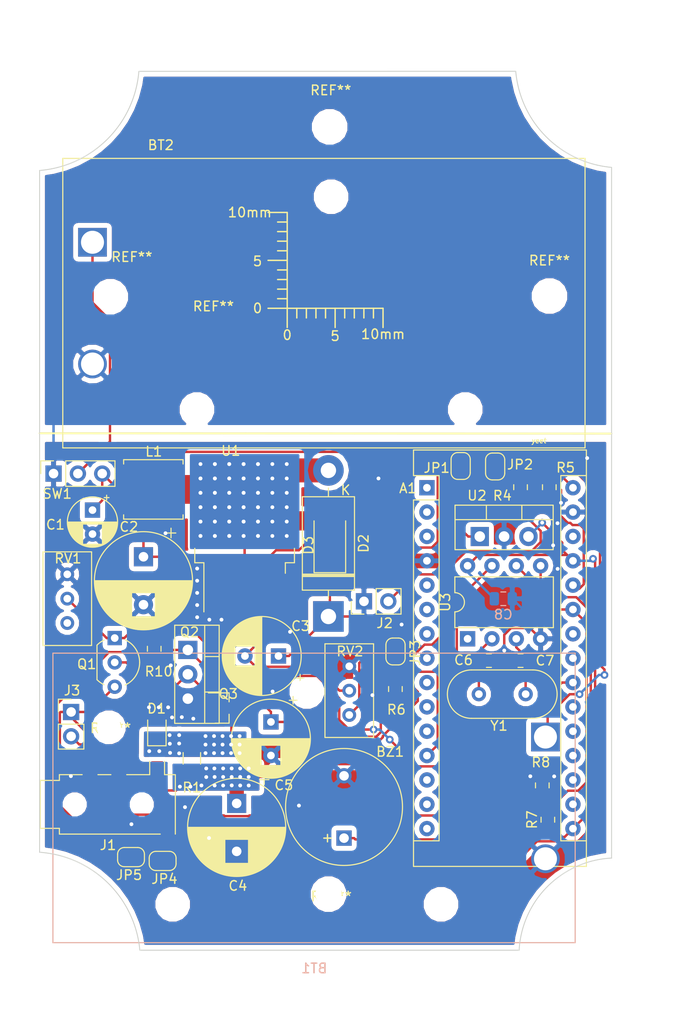
<source format=kicad_pcb>
(kicad_pcb (version 20171130) (host pcbnew "(5.0.2)-1")
  (layers (0 F.Cu signal) (31 B.Cu signal) (34 B.Paste user hide) (35 F.Paste user hide) (36 B.SilkS user hide) (37 F.SilkS user) (38 B.Mask user) (39 F.Mask user) (44 Edge.Cuts user))
  (net 0 "")
  (net 1 "Net-(A1-Pad28)")
  (net 2 GND)
  (net 3 /A3)
  (net 4 /A6)
  (net 5 /A7)
  (net 6 +5V)
  (net 7 "Net-(A1-Pad30)")
  (net 8 /buzzer)
  (net 9 +9V)
  (net 10 "Net-(C3-Pad1)")
  (net 11 "Net-(C3-Pad2)")
  (net 12 boostout+)
  (net 13 "Net-(C5-Pad1)")
  (net 14 /XTAL1)
  (net 15 /XTAL2)
  (net 16 "Net-(D1-Pad1)")
  (net 17 "Net-(D2-Pad2)")
  (net 18 "Net-(JP1-Pad1)")
  (net 19 gate_control)
  (net 20 "Net-(BT1-Pad1)")
  (net 21 "Net-(A1-Pad1)")
  (net 22 "Net-(A1-Pad17)")
  (net 23 "Net-(A1-Pad2)")
  (net 24 "Net-(A1-Pad18)")
  (net 25 "Net-(A1-Pad19)")
  (net 26 "Net-(A1-Pad20)")
  (net 27 "Net-(A1-Pad5)")
  (net 28 "Net-(A1-Pad21)")
  (net 29 "Net-(A1-Pad6)")
  (net 30 "Net-(A1-Pad7)")
  (net 31 "Net-(A1-Pad23)")
  (net 32 "Net-(A1-Pad8)")
  (net 33 "Net-(A1-Pad24)")
  (net 34 "Net-(A1-Pad9)")
  (net 35 "Net-(A1-Pad10)")
  (net 36 "Net-(A1-Pad11)")
  (net 37 "Net-(A1-Pad13)")
  (net 38 "Net-(A1-Pad14)")
  (net 39 "Net-(A1-Pad15)")
  (net 40 "Net-(J1-PadS)")
  (net 41 "Net-(RV1-Pad3)")
  (net 42 "Net-(U3-Pad1)")
  (net 43 "Net-(J1-PadR2)")
  (net 44 "Net-(J1-PadR1)")
  (net 45 "Net-(A1-Pad3)")
  (net 46 "Net-(J1-PadT)")
  (module MountingHole:MountingHole_2.7mm_M2.5 (layer F.Cu) (at 255.97 57.17)
    (fp_text reference REF** (at 0 -3.7) (layer F.SilkS))
    (fp_text value MountingHole_2.7mm_M2.5)
    (pad 1 np_thru_hole circle (at 0 0) (size 2.7 2.7) (drill 2.7) (layers *.Cu *.Mask))
  )
  (module MountingHole:MountingHole_2.7mm_M2.5 (layer F.Cu) (at 210.14 57.24)
    (fp_text reference REF** (at 2.25 -4.14) (layer F.SilkS))
    (fp_text value MountingHole_2.7mm_M2.5)
    (pad 1 np_thru_hole circle (at 0 0) (size 2.7 2.7) (drill 2.7) (layers *.Cu *.Mask))
  )
  (module MountingHole:MountingHole_2.7mm_M2.5 (layer F.Cu) (at 233.03 39.52)
    (fp_text reference REF** (at 0.12 -3.81) (layer F.SilkS))
    (fp_text value MountingHole_2.7mm_M2.5)
    (pad 1 np_thru_hole circle (at 0 0) (size 2.7 2.7) (drill 2.7) (layers *.Cu *.Mask))
  )
  (module MountingHole:MountingHole_2.7mm_M2.5 (layer F.Cu) (at 232.91 119.56)
    (fp_text reference REF** (at 0.29 0.25) (layer F.SilkS))
    (fp_text value MountingHole_2.7mm_M2.5)
    (pad 1 np_thru_hole circle (at 0 0) (size 2.7 2.7) (drill 2.7) (layers *.Cu *.Mask))
  )
  (module Jumper:SolderJumper-2_P1.3mm_Open_RoundedPad1.0x1.5mm (layer F.Cu) (at 212.3 115.7)
    (fp_text reference JP5 (at -0.2 1.875) (layer F.SilkS))
    (fp_text value SolderJumper_2_Open)
    (pad 1 smd custom (at -0.65 0) (size 1 0.5) (layers F.Cu F.Mask) (net 40 "Net-(J1-PadS)") (options (clearance outline) (anchor rect)) (primitives (gr_circle (center 0 0.25) (end 0.5 0.25) (width 0)) (gr_circle (center 0 -0.25) (end 0.5 -0.25) (width 0)) (gr_poly (pts (xy 0 -0.75) (xy 0.5 -0.75) (xy 0.5 0.75) (xy 0 0.75)) (width 0))))
    (pad 2 smd custom (at 0.65 0) (size 1 0.5) (layers F.Cu F.Mask) (net 12 boostout+) (options (clearance outline) (anchor rect)) (primitives (gr_circle (center 0 0.25) (end 0.5 0.25) (width 0)) (gr_circle (center 0 -0.25) (end 0.5 -0.25) (width 0)) (gr_poly (pts (xy 0 -0.75) (xy -0.5 -0.75) (xy -0.5 0.75) (xy 0 0.75)) (width 0))))
  )
  (module Jumper:SolderJumper-2_P1.3mm_Open_RoundedPad1.0x1.5mm (layer F.Cu) (at 215.6 116.1 180)
    (fp_text reference JP4 (at -0.19 -1.88 180) (layer F.SilkS))
    (fp_text value SolderJumper_2_Open)
    (pad 2 smd custom (at 0.65 0 180) (size 1 0.5) (layers F.Cu F.Mask) (net 12 boostout+) (options (clearance outline) (anchor rect)) (primitives (gr_circle (center 0 0.25) (end 0.5 0.25) (width 0)) (gr_circle (center 0 -0.25) (end 0.5 -0.25) (width 0)) (gr_poly (pts (xy 0 -0.75) (xy -0.5 -0.75) (xy -0.5 0.75) (xy 0 0.75)) (width 0))))
    (pad 1 smd custom (at -0.65 0 180) (size 1 0.5) (layers F.Cu F.Mask) (net 44 "Net-(J1-PadR1)") (options (clearance outline) (anchor rect)) (primitives (gr_circle (center 0 0.25) (end 0.5 0.25) (width 0)) (gr_circle (center 0 -0.25) (end 0.5 -0.25) (width 0)) (gr_poly (pts (xy 0 -0.75) (xy 0.5 -0.75) (xy 0.5 0.75) (xy 0 0.75)) (width 0))))
  )
  (module MountingHole:MountingHole_2.5mm (layer F.Cu) (at 209.99 102.16)
    (fp_text reference REF** (at 0.18 0.09) (layer F.SilkS))
    (fp_text value MountingHole_2.5mm)
    (pad 1 np_thru_hole circle (at 0 0) (size 2.5 2.5) (drill 2.5) (layers *.Cu *.Mask))
  )
  (module Resistor_SMD:R_0805_2012Metric (layer F.Cu) (at 255.95 77.1125 90)
    (fp_text reference R5 (at 2.0375 1.7 180) (layer F.SilkS))
    (fp_text value 80K)
    (pad 2 smd roundrect (at 0.9375 0 90) (size 0.975 1.4) (layers F.Cu F.Paste F.Mask) (net 2 GND))
    (pad 1 smd roundrect (at -0.9375 0 90) (size 0.975 1.4) (layers F.Cu F.Paste F.Mask) (net 5 /A7))
  )
  (module Potentiometer_THT:Potentiometer_Bourns_3386C_Horizontal (layer F.Cu) (at 205.65 86.2)
    (fp_text reference RV1 (at 0.07 -1.65) (layer F.SilkS))
    (fp_text value "2k pot")
    (pad 1 thru_hole circle (at 0 0) (size 1.44 1.44) (drill 0.8) (layers *.Cu *.Mask) (net 2 GND))
    (pad 2 thru_hole circle (at 0 2.54) (size 1.44 1.44) (drill 0.8) (layers *.Cu *.Mask) (net 3 /A3))
    (pad 3 thru_hole circle (at 0 5.08) (size 1.44 1.44) (drill 0.8) (layers *.Cu *.Mask) (net 41 "Net-(RV1-Pad3)"))
  )
  (module Buzzer_Beeper:MagneticBuzzer_ProSignal_ABT-410-RC (layer F.Cu) (at 234.53 113.72 90)
    (fp_text reference BZ1 (at 9.01 4.81 180) (layer F.SilkS))
    (fp_text value Buzzer)
    (fp_text user + (at 0 -1.8 90) (layer F.SilkS))
    (pad 1 thru_hole rect (at 0 0 90) (size 1.6 1.6) (drill 1) (layers *.Cu *.Mask) (net 8 /buzzer))
    (pad 2 thru_hole circle (at 6.5 0 90) (size 1.6 1.6) (drill 1) (layers *.Cu *.Mask) (net 2 GND))
  )
  (module Battery:BatteryHolder_Eagle_12BH611-GR (layer F.Cu) (at 208.28 51.562 180)
    (fp_text reference BT2 (at -7.13 10.132 180) (layer F.SilkS))
    (fp_text value Battery_Cell)
    (pad 2 thru_hole circle (at 0 -12.7 180) (size 3 3) (drill 2.4) (layers *.Cu *.Mask) (net 2 GND))
    (pad 1 thru_hole rect (at 0 0 180) (size 3 3) (drill 2.4) (layers *.Cu *.Mask) (net 20 "Net-(BT1-Pad1)"))
    (pad "" np_thru_hole circle (at -10.9 -17.45 180) (size 2.6 2.6) (drill 2.6) (layers *.Cu *.Mask))
    (pad "" np_thru_hole circle (at -38.9 -17.45 180) (size 2.6 2.6) (drill 2.6) (layers *.Cu *.Mask))
    (pad "" np_thru_hole circle (at -24.9 4.75 180) (size 2.6 2.6) (drill 2.6) (layers *.Cu *.Mask))
  )
  (module Module:Arduino_Nano (layer F.Cu) (at 243.18 77.17)
    (fp_text reference A1 (at -1.9892 0.054292) (layer F.SilkS))
    (fp_text value Arduino_Nano_v3.x)
    (pad 1 thru_hole rect (at 0 0) (size 1.6 1.6) (drill 0.8) (layers *.Cu *.Mask) (net 21 "Net-(A1-Pad1)"))
    (pad 17 thru_hole oval (at 15.24 33.02) (size 1.6 1.6) (drill 0.8) (layers *.Cu *.Mask) (net 22 "Net-(A1-Pad17)"))
    (pad 2 thru_hole oval (at 0 2.54) (size 1.6 1.6) (drill 0.8) (layers *.Cu *.Mask) (net 23 "Net-(A1-Pad2)"))
    (pad 18 thru_hole oval (at 15.24 30.48) (size 1.6 1.6) (drill 0.8) (layers *.Cu *.Mask) (net 24 "Net-(A1-Pad18)"))
    (pad 3 thru_hole oval (at 0 5.08) (size 1.6 1.6) (drill 0.8) (layers *.Cu *.Mask) (net 45 "Net-(A1-Pad3)"))
    (pad 19 thru_hole oval (at 15.24 27.94) (size 1.6 1.6) (drill 0.8) (layers *.Cu *.Mask) (net 25 "Net-(A1-Pad19)"))
    (pad 4 thru_hole oval (at 0 7.62) (size 1.6 1.6) (drill 0.8) (layers *.Cu *.Mask) (net 2 GND))
    (pad 20 thru_hole oval (at 15.24 25.4) (size 1.6 1.6) (drill 0.8) (layers *.Cu *.Mask) (net 26 "Net-(A1-Pad20)"))
    (pad 5 thru_hole oval (at 0 10.16) (size 1.6 1.6) (drill 0.8) (layers *.Cu *.Mask) (net 27 "Net-(A1-Pad5)"))
    (pad 21 thru_hole oval (at 15.24 22.86) (size 1.6 1.6) (drill 0.8) (layers *.Cu *.Mask) (net 28 "Net-(A1-Pad21)"))
    (pad 6 thru_hole oval (at 0 12.7) (size 1.6 1.6) (drill 0.8) (layers *.Cu *.Mask) (net 29 "Net-(A1-Pad6)"))
    (pad 22 thru_hole oval (at 15.24 20.32) (size 1.6 1.6) (drill 0.8) (layers *.Cu *.Mask) (net 3 /A3))
    (pad 7 thru_hole oval (at 0 15.24) (size 1.6 1.6) (drill 0.8) (layers *.Cu *.Mask) (net 30 "Net-(A1-Pad7)"))
    (pad 23 thru_hole oval (at 15.24 17.78) (size 1.6 1.6) (drill 0.8) (layers *.Cu *.Mask) (net 31 "Net-(A1-Pad23)"))
    (pad 8 thru_hole oval (at 0 17.78) (size 1.6 1.6) (drill 0.8) (layers *.Cu *.Mask) (net 32 "Net-(A1-Pad8)"))
    (pad 24 thru_hole oval (at 15.24 15.24) (size 1.6 1.6) (drill 0.8) (layers *.Cu *.Mask) (net 33 "Net-(A1-Pad24)"))
    (pad 9 thru_hole oval (at 0 20.32) (size 1.6 1.6) (drill 0.8) (layers *.Cu *.Mask) (net 34 "Net-(A1-Pad9)"))
    (pad 25 thru_hole oval (at 15.24 12.7) (size 1.6 1.6) (drill 0.8) (layers *.Cu *.Mask) (net 4 /A6))
    (pad 10 thru_hole oval (at 0 22.86) (size 1.6 1.6) (drill 0.8) (layers *.Cu *.Mask) (net 35 "Net-(A1-Pad10)"))
    (pad 26 thru_hole oval (at 15.24 10.16) (size 1.6 1.6) (drill 0.8) (layers *.Cu *.Mask) (net 5 /A7))
    (pad 11 thru_hole oval (at 0 25.4) (size 1.6 1.6) (drill 0.8) (layers *.Cu *.Mask) (net 36 "Net-(A1-Pad11)"))
    (pad 27 thru_hole oval (at 15.24 7.62) (size 1.6 1.6) (drill 0.8) (layers *.Cu *.Mask) (net 6 +5V))
    (pad 12 thru_hole oval (at 0 27.94) (size 1.6 1.6) (drill 0.8) (layers *.Cu *.Mask) (net 19 gate_control))
    (pad 28 thru_hole oval (at 15.24 5.08) (size 1.6 1.6) (drill 0.8) (layers *.Cu *.Mask) (net 1 "Net-(A1-Pad28)"))
    (pad 13 thru_hole oval (at 0 30.48) (size 1.6 1.6) (drill 0.8) (layers *.Cu *.Mask) (net 37 "Net-(A1-Pad13)"))
    (pad 29 thru_hole oval (at 15.24 2.54) (size 1.6 1.6) (drill 0.8) (layers *.Cu *.Mask) (net 2 GND))
    (pad 14 thru_hole oval (at 0 33.02) (size 1.6 1.6) (drill 0.8) (layers *.Cu *.Mask) (net 38 "Net-(A1-Pad14)"))
    (pad 30 thru_hole oval (at 15.24 0) (size 1.6 1.6) (drill 0.8) (layers *.Cu *.Mask) (net 7 "Net-(A1-Pad30)"))
    (pad 15 thru_hole oval (at 0 35.56) (size 1.6 1.6) (drill 0.8) (layers *.Cu *.Mask) (net 39 "Net-(A1-Pad15)"))
    (pad 16 thru_hole oval (at 15.24 35.56) (size 1.6 1.6) (drill 0.8) (layers *.Cu *.Mask) (net 8 /buzzer))
  )
  (module Capacitor_THT:CP_Radial_D5.0mm_P2.50mm (layer F.Cu) (at 208.28 79.502 270)
    (fp_text reference C1 (at 1.518 3.872) (layer F.SilkS))
    (fp_text value 47uF)
    (pad 1 thru_hole rect (at 0 0 270) (size 1.6 1.6) (drill 0.8) (layers *.Cu *.Mask) (net 9 +9V))
    (pad 2 thru_hole circle (at 2.5 0 270) (size 1.6 1.6) (drill 0.8) (layers *.Cu *.Mask) (net 2 GND))
  )
  (module Capacitor_THT:CP_Radial_D10.0mm_P5.00mm (layer F.Cu) (at 213.6 84.37 270)
    (fp_text reference C2 (at -3.12 1.525) (layer F.SilkS))
    (fp_text value 220uF)
    (pad 2 thru_hole circle (at 5 0 270) (size 2 2) (drill 1) (layers *.Cu *.Mask) (net 2 GND))
    (pad 1 thru_hole rect (at 0 0 270) (size 2 2) (drill 1) (layers *.Cu *.Mask) (net 9 +9V))
  )
  (module Capacitor_THT:CP_Radial_D8.0mm_P3.50mm (layer F.Cu) (at 227.69 94.72 180)
    (fp_text reference C3 (at -2.31 3.12 180) (layer F.SilkS))
    (fp_text value 10uF)
    (pad 1 thru_hole rect (at 0 0 180) (size 1.6 1.6) (drill 0.8) (layers *.Cu *.Mask) (net 10 "Net-(C3-Pad1)"))
    (pad 2 thru_hole circle (at 3.5 0 180) (size 1.6 1.6) (drill 0.8) (layers *.Cu *.Mask) (net 11 "Net-(C3-Pad2)"))
  )
  (module Capacitor_THT:CP_Radial_D10.0mm_P5.00mm (layer F.Cu) (at 223.325 110.1 270)
    (fp_text reference C4 (at 8.6 -0.125) (layer F.SilkS))
    (fp_text value 220uF)
    (pad 1 thru_hole rect (at 0 0 270) (size 2 2) (drill 1) (layers *.Cu *.Mask) (net 12 boostout+))
    (pad 2 thru_hole circle (at 5 0 270) (size 2 2) (drill 1) (layers *.Cu *.Mask) (net 2 GND))
  )
  (module Capacitor_THT:CP_Radial_D8.0mm_P3.50mm (layer F.Cu) (at 226.9 101.6 270)
    (fp_text reference C5 (at 6.6 -1.35) (layer F.SilkS))
    (fp_text value 100uF)
    (pad 2 thru_hole circle (at 3.5 0 270) (size 1.6 1.6) (drill 0.8) (layers *.Cu *.Mask) (net 2 GND))
    (pad 1 thru_hole rect (at 0 0 270) (size 1.6 1.6) (drill 0.8) (layers *.Cu *.Mask) (net 13 "Net-(C5-Pad1)"))
  )
  (module Diode_THT:D_DO-201AD_P15.24mm_Horizontal (layer F.Cu) (at 232.9 90.6 90)
    (fp_text reference D2 (at 7.625 3.675 90) (layer F.SilkS))
    (fp_text value MBR560)
    (fp_text user K (at 13.18 1.79 180) (layer F.SilkS))
    (pad 1 thru_hole rect (at 0 0 90) (size 3.2 3.2) (drill 1.6) (layers *.Cu *.Mask) (net 10 "Net-(C3-Pad1)"))
    (pad 2 thru_hole oval (at 15.24 0 90) (size 3.2 3.2) (drill 1.6) (layers *.Cu *.Mask) (net 17 "Net-(D2-Pad2)"))
  )
  (module Connector_PinHeader_2.54mm:PinHeader_1x02_P2.54mm_Vertical (layer F.Cu) (at 236.61 89.02 90)
    (fp_text reference J2 (at -2.28 2.16 180) (layer F.SilkS))
    (fp_text value Conn_01x02_Male)
    (pad 2 thru_hole oval (at 0 2.54 90) (size 1.7 1.7) (drill 1) (layers *.Cu *.Mask) (net 12 boostout+))
    (pad 1 thru_hole rect (at 0 0 90) (size 1.7 1.7) (drill 1) (layers *.Cu *.Mask) (net 2 GND))
  )
  (module Connector_PinHeader_2.54mm:PinHeader_1x02_P2.54mm_Vertical (layer F.Cu) (at 206.05 100.56)
    (fp_text reference J3 (at 0.1 -2.235) (layer F.SilkS))
    (fp_text value Conn_01x02_Male)
    (pad 1 thru_hole rect (at 0 0) (size 1.7 1.7) (drill 1) (layers *.Cu *.Mask) (net 46 "Net-(J1-PadT)"))
    (pad 2 thru_hole oval (at 0 2.54) (size 1.7 1.7) (drill 1) (layers *.Cu *.Mask) (net 12 boostout+))
  )
  (module Jumper:SolderJumper-2_P1.3mm_Open_RoundedPad1.0x1.5mm (layer F.Cu) (at 246.7 74.9 90)
    (fp_text reference JP1 (at -0.2 -2.5 180) (layer F.SilkS))
    (fp_text value SolderJumper_2_Open)
    (pad 1 smd custom (at -0.65 0 90) (size 1 0.5) (layers F.Cu F.Mask) (net 18 "Net-(JP1-Pad1)") (options (clearance outline) (anchor rect)) (primitives (gr_circle (center 0 0.25) (end 0.5 0.25) (width 0)) (gr_circle (center 0 -0.25) (end 0.5 -0.25) (width 0)) (gr_poly (pts (xy 0 -0.75) (xy 0.5 -0.75) (xy 0.5 0.75) (xy 0 0.75)) (width 0))))
    (pad 2 smd custom (at 0.65 0 90) (size 1 0.5) (layers F.Cu F.Mask) (net 9 +9V) (options (clearance outline) (anchor rect)) (primitives (gr_circle (center 0 0.25) (end 0.5 0.25) (width 0)) (gr_circle (center 0 -0.25) (end 0.5 -0.25) (width 0)) (gr_poly (pts (xy 0 -0.75) (xy -0.5 -0.75) (xy -0.5 0.75) (xy 0 0.75)) (width 0))))
  )
  (module Jumper:SolderJumper-2_P1.3mm_Open_RoundedPad1.0x1.5mm (layer F.Cu) (at 250.3 74.95 90)
    (fp_text reference JP2 (at 0.2 2.6 180) (layer F.SilkS))
    (fp_text value SolderJumper_2_Open)
    (pad 2 smd custom (at 0.65 0 90) (size 1 0.5) (layers F.Cu F.Mask) (net 9 +9V) (options (clearance outline) (anchor rect)) (primitives (gr_circle (center 0 0.25) (end 0.5 0.25) (width 0)) (gr_circle (center 0 -0.25) (end 0.5 -0.25) (width 0)) (gr_poly (pts (xy 0 -0.75) (xy -0.5 -0.75) (xy -0.5 0.75) (xy 0 0.75)) (width 0))))
    (pad 1 smd custom (at -0.65 0 90) (size 1 0.5) (layers F.Cu F.Mask) (net 7 "Net-(A1-Pad30)") (options (clearance outline) (anchor rect)) (primitives (gr_circle (center 0 0.25) (end 0.5 0.25) (width 0)) (gr_circle (center 0 -0.25) (end 0.5 -0.25) (width 0)) (gr_poly (pts (xy 0 -0.75) (xy 0.5 -0.75) (xy 0.5 0.75) (xy 0 0.75)) (width 0))))
  )
  (module Jumper:SolderJumper-2_P1.3mm_Open_RoundedPad1.0x1.5mm (layer F.Cu) (at 239.903 94.249 270)
    (fp_text reference JP3 (at 0.14 -2.06 270) (layer F.SilkS))
    (fp_text value SolderJumper_2_Open)
    (pad 1 smd custom (at -0.65 0 270) (size 1 0.5) (layers F.Cu F.Mask) (net 10 "Net-(C3-Pad1)") (options (clearance outline) (anchor rect)) (primitives (gr_circle (center 0 0.25) (end 0.5 0.25) (width 0)) (gr_circle (center 0 -0.25) (end 0.5 -0.25) (width 0)) (gr_poly (pts (xy 0 -0.75) (xy 0.5 -0.75) (xy 0.5 0.75) (xy 0 0.75)) (width 0))))
    (pad 2 smd custom (at 0.65 0 270) (size 1 0.5) (layers F.Cu F.Mask) (net 12 boostout+) (options (clearance outline) (anchor rect)) (primitives (gr_circle (center 0 0.25) (end 0.5 0.25) (width 0)) (gr_circle (center 0 -0.25) (end 0.5 -0.25) (width 0)) (gr_poly (pts (xy 0 -0.75) (xy -0.5 -0.75) (xy -0.5 0.75) (xy 0 0.75)) (width 0))))
  )
  (module Inductor_SMD:L_Bourns_SRN6045TA (layer F.Cu) (at 214.63 77.343)
    (fp_text reference L1 (at 0.045 -3.943) (layer F.SilkS))
    (fp_text value 33uh)
    (pad 1 smd rect (at -2.075 0) (size 2.35 5.1) (layers F.Cu F.Paste F.Mask) (net 9 +9V))
    (pad 2 smd rect (at 2.075 0) (size 2.35 5.1) (layers F.Cu F.Paste F.Mask) (net 17 "Net-(D2-Pad2)"))
  )
  (module Package_TO_SOT_THT:TO-92_Inline_Wide (layer F.Cu) (at 210.6 92.85 270)
    (fp_text reference Q1 (at 2.725 2.925) (layer F.SilkS))
    (fp_text value 2N3904)
    (pad 2 thru_hole circle (at 2.54 0) (size 1.5 1.5) (drill 0.8) (layers *.Cu *.Mask) (net 16 "Net-(D1-Pad1)"))
    (pad 3 thru_hole circle (at 5.08 0) (size 1.5 1.5) (drill 0.8) (layers *.Cu *.Mask) (net 46 "Net-(J1-PadT)"))
    (pad 1 thru_hole rect (at 0 0) (size 1.5 1.5) (drill 0.8) (layers *.Cu *.Mask) (net 3 /A3))
  )
  (module Package_TO_SOT_THT:TO-220-3_Vertical (layer F.Cu) (at 218.23 94.09 270)
    (fp_text reference Q2 (at -1.85 -0.17) (layer F.SilkS))
    (fp_text value IRL2203)
    (pad 1 thru_hole rect (at 0 0 270) (size 1.905 2) (drill 1.1) (layers *.Cu *.Mask) (net 13 "Net-(C5-Pad1)"))
    (pad 2 thru_hole oval (at 2.54 0 270) (size 1.905 2) (drill 1.1) (layers *.Cu *.Mask) (net 16 "Net-(D1-Pad1)"))
    (pad 3 thru_hole oval (at 5.08 0 270) (size 1.905 2) (drill 1.1) (layers *.Cu *.Mask) (net 2 GND))
  )
  (module Potentiometer_THT:Potentiometer_Bourns_3386C_Horizontal (layer F.Cu) (at 235.075 100.875 180)
    (fp_text reference RV2 (at -0.07 6.63 180) (layer F.SilkS))
    (fp_text value R_POT)
    (pad 3 thru_hole circle (at 0 5.08 180) (size 1.44 1.44) (drill 0.8) (layers *.Cu *.Mask) (net 2 GND))
    (pad 2 thru_hole circle (at 0 2.54 180) (size 1.44 1.44) (drill 0.8) (layers *.Cu *.Mask) (net 11 "Net-(C3-Pad2)"))
    (pad 1 thru_hole circle (at 0 0 180) (size 1.44 1.44) (drill 0.8) (layers *.Cu *.Mask) (net 10 "Net-(C3-Pad1)"))
  )
  (module Connector_PinSocket_2.54mm:PinSocket_1x03_P2.54mm_Vertical (layer F.Cu) (at 204.216 75.692 90)
    (fp_text reference SW1 (at -2.108 0.384) (layer F.SilkS))
    (fp_text value SW_SPDT)
    (pad 1 thru_hole rect (at 0 0 90) (size 1.7 1.7) (drill 1) (layers *.Cu *.Mask) (net 2 GND))
    (pad 2 thru_hole oval (at 0 2.54 90) (size 1.7 1.7) (drill 1) (layers *.Cu *.Mask) (net 20 "Net-(BT1-Pad1)"))
    (pad 3 thru_hole oval (at 0 5.08 90) (size 1.7 1.7) (drill 1) (layers *.Cu *.Mask) (net 9 +9V))
  )
  (module Package_TO_SOT_SMD:TO-263-5_TabPin3 (layer F.Cu) (at 224.155 82.042 90)
    (fp_text reference U1 (at 8.722 -1.445 180) (layer F.SilkS))
    (fp_text value XL6009)
    (pad 1 smd rect (at -5.775 -3.4 90) (size 4.6 1.1) (layers F.Cu F.Paste F.Mask) (net 2 GND))
    (pad 2 smd rect (at -5.775 -1.7 90) (size 4.6 1.1) (layers F.Cu F.Paste F.Mask) (net 9 +9V))
    (pad 3 smd rect (at -5.775 0 90) (size 4.6 1.1) (layers F.Cu F.Paste F.Mask) (net 17 "Net-(D2-Pad2)"))
    (pad 4 smd rect (at -5.775 1.7 90) (size 4.6 1.1) (layers F.Cu F.Paste F.Mask) (net 9 +9V))
    (pad 5 smd rect (at -5.775 3.4 90) (size 4.6 1.1) (layers F.Cu F.Paste F.Mask) (net 11 "Net-(C3-Pad2)"))
    (pad 3 smd rect (at 3.375 0 90) (size 9.4 10.8) (layers F.Cu F.Mask) (net 17 "Net-(D2-Pad2)"))
  )
  (module Package_TO_SOT_THT:TO-220-3_Vertical (layer F.Cu) (at 248.694 82.257)
    (fp_text reference U2 (at -0.294 -4.27) (layer F.SilkS))
    (fp_text value L7805)
    (pad 3 thru_hole oval (at 5.08 0) (size 1.905 2) (drill 1.1) (layers *.Cu *.Mask) (net 6 +5V))
    (pad 2 thru_hole oval (at 2.54 0) (size 1.905 2) (drill 1.1) (layers *.Cu *.Mask) (net 2 GND))
    (pad 1 thru_hole rect (at 0 0) (size 1.905 2) (drill 1.1) (layers *.Cu *.Mask) (net 18 "Net-(JP1-Pad1)"))
  )
  (module Package_DIP:DIP-8_W7.62mm (layer F.Cu) (at 247.424 92.925 90)
    (fp_text reference U3 (at 3.81 -2.33 90) (layer F.SilkS))
    (fp_text value ATtiny85-20PU)
    (pad 1 thru_hole rect (at 0 0 90) (size 1.6 1.6) (drill 0.8) (layers *.Cu *.Mask) (net 42 "Net-(U3-Pad1)"))
    (pad 5 thru_hole oval (at 7.62 7.62 90) (size 1.6 1.6) (drill 0.8) (layers *.Cu *.Mask) (net 8 /buzzer))
    (pad 2 thru_hole oval (at 0 2.54 90) (size 1.6 1.6) (drill 0.8) (layers *.Cu *.Mask) (net 14 /XTAL1))
    (pad 6 thru_hole oval (at 7.62 5.08 90) (size 1.6 1.6) (drill 0.8) (layers *.Cu *.Mask) (net 4 /A6))
    (pad 3 thru_hole oval (at 0 5.08 90) (size 1.6 1.6) (drill 0.8) (layers *.Cu *.Mask) (net 15 /XTAL2))
    (pad 7 thru_hole oval (at 7.62 2.54 90) (size 1.6 1.6) (drill 0.8) (layers *.Cu *.Mask) (net 19 gate_control))
    (pad 4 thru_hole oval (at 0 7.62 90) (size 1.6 1.6) (drill 0.8) (layers *.Cu *.Mask) (net 2 GND))
    (pad 8 thru_hole oval (at 7.62 0 90) (size 1.6 1.6) (drill 0.8) (layers *.Cu *.Mask) (net 6 +5V))
  )
  (module Crystal:Crystal_HC49-4H_Vertical (layer F.Cu) (at 248.6 98.7)
    (fp_text reference Y1 (at 2.1 3.3) (layer F.SilkS))
    (fp_text value Crystal)
    (pad 1 thru_hole circle (at 0 0) (size 1.5 1.5) (drill 0.8) (layers *.Cu *.Mask) (net 14 /XTAL1))
    (pad 2 thru_hole circle (at 4.88 0) (size 1.5 1.5) (drill 0.8) (layers *.Cu *.Mask) (net 15 /XTAL2))
  )
  (module Package_TO_SOT_SMD:SOT-23 (layer F.Cu) (at 221.775 100.15)
    (fp_text reference Q3 (at 0.685 -1.48 180) (layer F.SilkS))
    (fp_text value BSS138)
    (pad 1 smd rect (at -1 -0.95) (size 0.9 0.8) (layers F.Cu F.Paste F.Mask) (net 13 "Net-(C5-Pad1)"))
    (pad 2 smd rect (at -1 0.95) (size 0.9 0.8) (layers F.Cu F.Paste F.Mask) (net 2 GND))
    (pad 3 smd rect (at 1 0) (size 0.9 0.8) (layers F.Cu F.Paste F.Mask) (net 16 "Net-(D1-Pad1)"))
  )
  (module Connector_Audio:Jack_3.5mm_PJ320D_Horizontal (layer F.Cu) (at 211.2 110.2)
    (fp_text reference J1 (at -1.3 4.25) (layer F.SilkS))
    (fp_text value AudioJack4)
    (pad R2 smd rect (at 4.925 3.25) (size 1.2 2.5) (layers F.Cu F.Paste F.Mask) (net 43 "Net-(J1-PadR2)"))
    (pad T smd rect (at 3.825 -3.25) (size 1.2 2.5) (layers F.Cu F.Paste F.Mask) (net 46 "Net-(J1-PadT)"))
    (pad R1 smd rect (at -0.175 -3.25) (size 1.2 2.5) (layers F.Cu F.Paste F.Mask) (net 44 "Net-(J1-PadR1)"))
    (pad S smd rect (at -3.175 -3.25) (size 1.2 2.5) (layers F.Cu F.Paste F.Mask) (net 40 "Net-(J1-PadS)"))
    (pad "" np_thru_hole circle (at -4.775 0) (size 1.5 1.5) (drill 1.5) (layers *.Cu *.Mask))
    (pad "" np_thru_hole circle (at 2.225 0) (size 1.5 1.5) (drill 1.5) (layers *.Cu *.Mask))
  )
  (module Diode_SMD:D_0805_2012Metric (layer F.Cu) (at 215 102.4 90)
    (fp_text reference D1 (at 2.19 -0.03 180) (layer F.SilkS))
    (fp_text value DIODE)
    (pad 1 smd roundrect (at -0.9375 0 90) (size 0.975 1.4) (layers F.Cu F.Paste F.Mask) (net 16 "Net-(D1-Pad1)"))
    (pad 2 smd roundrect (at 0.9375 0 90) (size 0.975 1.4) (layers F.Cu F.Paste F.Mask) (net 2 GND))
  )
  (module Resistor_SMD:R_1206_3216Metric_Pad1.42x1.75mm_HandSolder (layer F.Cu) (at 218.65 105.4 270)
    (fp_text reference R1 (at 3.04 0) (layer F.SilkS))
    (fp_text value 20k)
    (pad 1 smd roundrect (at -1.4875 0 270) (size 1.425 1.75) (layers F.Cu F.Paste F.Mask) (roundrect_rratio 0.175439) (net 16 "Net-(D1-Pad1)"))
    (pad 2 smd roundrect (at 1.4875 0 270) (size 1.425 1.75) (layers F.Cu F.Paste F.Mask) (roundrect_rratio 0.175) (net 12 boostout+))
  )
  (module Resistor_SMD:R_0805_2012Metric (layer F.Cu) (at 252.95 77.1125 90)
    (fp_text reference R4 (at -0.8875 -1.9 180) (layer F.SilkS))
    (fp_text value 800K)
    (pad 1 smd roundrect (at -0.9375 0 90) (size 0.975 1.4) (layers F.Cu F.Paste F.Mask) (net 12 boostout+))
    (pad 2 smd roundrect (at 0.9375 0 90) (size 0.975 1.4) (layers F.Cu F.Paste F.Mask) (net 5 /A7))
  )
  (module Resistor_SMD:R_0805_2012Metric (layer F.Cu) (at 239.89 98.1675 90)
    (fp_text reference R6 (at -2.1525 0.1 180) (layer F.SilkS))
    (fp_text value 10k)
    (pad 2 smd roundrect (at 0.9375 0 90) (size 0.975 1.4) (layers F.Cu F.Paste F.Mask) (net 19 gate_control))
    (pad 1 smd roundrect (at -0.9375 0 90) (size 0.975 1.4) (layers F.Cu F.Paste F.Mask) (net 13 "Net-(C5-Pad1)"))
  )
  (module Resistor_SMD:R_0805_2012Metric (layer F.Cu) (at 255.8 111.8 90)
    (fp_text reference R7 (at 0 -1.65 90) (layer F.SilkS))
    (fp_text value 800K)
    (pad 1 smd roundrect (at -0.9375 0 90) (size 0.975 1.4) (layers F.Cu F.Paste F.Mask) (net 46 "Net-(J1-PadT)"))
    (pad 2 smd roundrect (at 0.9375 0 90) (size 0.975 1.4) (layers F.Cu F.Paste F.Mask) (net 4 /A6))
  )
  (module Resistor_SMD:R_0805_2012Metric (layer F.Cu) (at 255.22 108.2175 90)
    (fp_text reference R8 (at 2.4 -0.15) (layer F.SilkS))
    (fp_text value 80K)
    (pad 2 smd roundrect (at 0.9375 0 90) (size 0.975 1.4) (layers F.Cu F.Paste F.Mask) (net 2 GND))
    (pad 1 smd roundrect (at -0.9375 0 90) (size 0.975 1.4) (layers F.Cu F.Paste F.Mask) (net 4 /A6))
  )
  (module Resistor_SMD:R_0805_2012Metric (layer F.Cu) (at 214.72 93.97 90)
    (fp_text reference R10 (at -2.37 0.47 180) (layer F.SilkS))
    (fp_text value "10 kOhm")
    (pad 1 smd roundrect (at -0.9375 0 90) (size 0.975 1.4) (layers F.Cu F.Paste F.Mask) (net 6 +5V))
    (pad 2 smd roundrect (at 0.9375 0 90) (size 0.975 1.4) (layers F.Cu F.Paste F.Mask) (net 13 "Net-(C5-Pad1)"))
  )
  (module Capacitor_SMD:C_0805_2012Metric (layer F.Cu) (at 249.65 95.2 180)
    (fp_text reference C6 (at 2.65 0.05 180) (layer F.SilkS))
    (fp_text value 22pf)
    (pad 1 smd roundrect (at -0.9375 0 180) (size 0.975 1.4) (layers F.Cu F.Paste F.Mask) (net 2 GND))
    (pad 2 smd roundrect (at 0.9375 0 180) (size 0.975 1.4) (layers F.Cu F.Paste F.Mask) (net 14 /XTAL1))
  )
  (module Capacitor_SMD:C_0805_2012Metric (layer F.Cu) (at 252.95 95.2 180)
    (fp_text reference C7 (at -2.55 0 180) (layer F.SilkS))
    (fp_text value 22pf)
    (pad 2 smd roundrect (at 0.9375 0 180) (size 0.975 1.4) (layers F.Cu F.Paste F.Mask) (net 2 GND))
    (pad 1 smd roundrect (at -0.9375 0 180) (size 0.975 1.4) (layers F.Cu F.Paste F.Mask) (net 15 /XTAL2))
  )
  (module Capacitor_SMD:C_0805_2012Metric (layer B.Cu) (at 251.15 88.75)
    (fp_text reference C8 (at 0 1.65) (layer B.SilkS) (effects (justify mirror)))
    (fp_text value .1uf)
    (pad 1 smd roundrect (at -0.9375 0) (size 0.975 1.4) (layers B.Cu B.Paste B.Mask) (net 6 +5V))
    (pad 2 smd roundrect (at 0.9375 0) (size 0.975 1.4) (layers B.Cu B.Paste B.Mask) (net 2 GND))
  )
  (module Diode_SMD:D_SMA (layer F.Cu) (at 233.05 82.625 90)
    (fp_text reference D3 (at -0.55 -2.25 90) (layer F.SilkS))
    (fp_text value SS16)
    (pad 1 smd rect (at -2 0 90) (size 2.5 1.8) (layers F.Cu F.Paste F.Mask) (net 10 "Net-(C3-Pad1)"))
    (pad 2 smd rect (at 2 0 90) (size 2.5 1.8) (layers F.Cu F.Paste F.Mask) (net 17 "Net-(D2-Pad2)"))
  )
  (module Calibration_Scale:Gauge_10mm_Type2_SilkScreenTop (layer F.Cu) (at 228.6 58.45)
    (fp_text reference REF** (at -7.69874 -0.20066) (layer F.SilkS))
    (fp_text value Gauge_10mm_Type2_SilkScreenTop)
    (fp_text user 10mm (at 9.99998 2.70002) (layer F.SilkS))
    (fp_text user 0 (at 0 2.79908) (layer F.SilkS))
    (fp_text user 5 (at 4.99872 2.90068) (layer F.SilkS))
    (fp_text user 0 (at -3.10134 0) (layer F.SilkS))
    (fp_text user 5 (at -3.10134 -4.89966) (layer F.SilkS))
    (fp_text user 10mm (at -3.90144 -9.99998) (layer F.SilkS))
  )
  (module Battery:BatteryHolder_Eagle_12BH611-GR (layer B.Cu) (at 255.55 103.175)
    (fp_text reference BT1 (at -24.13 24.13) (layer B.SilkS) (effects (justify mirror)))
    (fp_text value Battery_Cell)
    (pad 2 thru_hole circle (at 0 12.7) (size 3 3) (drill 2.4) (layers *.Cu *.Mask) (net 2 GND))
    (pad 1 thru_hole rect (at 0 0) (size 3 3) (drill 2.4) (layers *.Cu *.Mask) (net 20 "Net-(BT1-Pad1)"))
    (pad "" np_thru_hole circle (at -10.9 17.45) (size 2.6 2.6) (drill 2.6) (layers *.Cu *.Mask))
    (pad "" np_thru_hole circle (at -38.9 17.45) (size 2.6 2.6) (drill 2.6) (layers *.Cu *.Mask))
    (pad "" np_thru_hole circle (at -24.9 -4.75) (size 2.6 2.6) (drill 2.6) (layers *.Cu *.Mask))
  )
  (module ".pretty:traced box4" (layer F.Cu) (at 232.88 79.71)
    (fp_text reference G*** hide)
    (fp_text value LOGO hide)
  )
  (gr_line (start 202.76 71.49) (end 262.44 71.52) (layer F.SilkS) (width 0.2))
  (gr_arc (start 201.989811 126.447175) (end 213.22 125.4) (angle -80.75675699) (layer Edge.Cuts) (width 0.1))
  (gr_arc (start 201.85 32.8) (end 202.78 44.07) (angle -80.46501507) (layer Edge.Cuts) (width 0.1))
  (gr_arc (start 263.425 32.775) (end 252.450001 33.749999) (angle -79.68022329) (layer Edge.Cuts) (width 0.1))
  (gr_text yeet (at 254.86 72.27) (layer F.SilkS) (effects (font (size 0.5 0.5) (thickness 0.1) italic)))
  (gr_line (start 213.13 33.73) (end 252.45 33.725) (layer Edge.Cuts) (width 0.1))
  (gr_line (start 262.45 115.8) (end 262.45 43.75) (layer Edge.Cuts) (width 0.1))
  (gr_line (start 213.23 125.41) (end 252.8 125.41) (layer Edge.Cuts) (width 0.1))
  (gr_line (start 202.76 44.07) (end 202.76 115.2) (layer Edge.Cuts) (width 0.1))
  (gr_arc (start 262.95 125.95) (end 262.45 115.8) (angle -84.13445026) (layer Edge.Cuts) (width 0.1))
  (via (at 227.076 98.425) (size 0.8) (drill 0.4) (layers F.Cu B.Cu) (net 2))
  (via (at 240.538 91.44) (size 0.8) (drill 0.4) (layers F.Cu B.Cu) (net 2))
  (via (at 219.202 85.598) (size 0.8) (drill 0.4) (layers F.Cu B.Cu) (net 2))
  (via (at 256.46 107.28) (size 0.8) (drill 0.4) (layers F.Cu B.Cu) (net 2))
  (via (at 253.97 107.27) (size 0.8) (drill 0.4) (layers F.Cu B.Cu) (net 2))
  (via (at 251.25 94.15) (size 0.8) (drill 0.4) (layers F.Cu B.Cu) (net 2))
  (via (at 219.202 86.868) (size 0.8) (drill 0.4) (layers F.Cu B.Cu) (net 2))
  (via (at 219.202 88.138) (size 0.8) (drill 0.4) (layers F.Cu B.Cu) (net 2))
  (via (at 219.202 89.408) (size 0.8) (drill 0.4) (layers F.Cu B.Cu) (net 2))
  (via (at 219.202 90.678) (size 0.8) (drill 0.4) (layers F.Cu B.Cu) (net 2))
  (via (at 220.472 90.932) (size 0.8) (drill 0.4) (layers F.Cu B.Cu) (net 2))
  (via (at 221.742 90.932) (size 0.8) (drill 0.4) (layers F.Cu B.Cu) (net 2))
  (segment (start 218.23 99.17) (end 218.2775 99.17) (width 0.25) (layer F.Cu) (net 2))
  (segment (start 251.3 94.4875) (end 250.5875 95.2) (width 0.25) (layer F.Cu) (net 2))
  (segment (start 251.3 94.4875) (end 252.0125 95.2) (width 0.25) (layer F.Cu) (net 2))
  (segment (start 251.3 93.85) (end 251.3 94.4875) (width 0.25) (layer F.Cu) (net 2))
  (via (at 238.125 76.2) (size 0.8) (drill 0.4) (layers F.Cu B.Cu) (net 2))
  (via (at 215.9 81.915) (size 0.8) (drill 0.4) (layers F.Cu B.Cu) (net 2))
  (via (at 257.175 78.74) (size 0.8) (drill 0.4) (layers F.Cu B.Cu) (net 2))
  (via (at 216.45 95.7) (size 0.8) (drill 0.4) (layers F.Cu B.Cu) (net 2))
  (via (at 229.825 110.325) (size 0.8) (drill 0.4) (layers F.Cu B.Cu) (net 2))
  (via (at 214.175 100.075) (size 0.8) (drill 0.4) (layers F.Cu B.Cu) (net 2))
  (via (at 215.2 100.075) (size 0.8) (drill 0.4) (layers F.Cu B.Cu) (net 2))
  (via (at 216.175 100.075) (size 0.8) (drill 0.4) (layers F.Cu B.Cu) (net 2))
  (via (at 216.58 101.13) (size 0.8) (drill 0.4) (layers F.Cu B.Cu) (net 2))
  (via (at 217.6 101.1) (size 0.8) (drill 0.4) (layers F.Cu B.Cu) (net 2))
  (via (at 228.9 92.2) (size 0.8) (drill 0.4) (layers F.Cu B.Cu) (net 2))
  (segment (start 251.25 93.584315) (end 251.25 94.15) (width 0.25) (layer F.Cu) (net 2))
  (segment (start 251.25 92.513998) (end 251.25 93.584315) (width 0.25) (layer F.Cu) (net 2))
  (segment (start 251.963999 91.799999) (end 251.25 92.513998) (width 0.25) (layer F.Cu) (net 2))
  (segment (start 253.919 91.8) (end 251.963999 91.799999) (width 0.25) (layer F.Cu) (net 2))
  (segment (start 255.044 92.925) (end 253.919 91.8) (width 0.25) (layer F.Cu) (net 2))
  (via (at 218.8 101.26) (size 0.8) (drill 0.4) (layers F.Cu B.Cu) (net 2))
  (segment (start 255.044 91.7065) (end 252.0875 88.75) (width 0.25) (layer B.Cu) (net 2))
  (segment (start 255.044 92.925) (end 255.044 91.7065) (width 0.25) (layer B.Cu) (net 2))
  (segment (start 218.96 101.1) (end 218.8 101.26) (width 0.25) (layer F.Cu) (net 2))
  (segment (start 220.775 101.1) (end 218.96 101.1) (width 0.25) (layer F.Cu) (net 2))
  (via (at 259.9 74.075) (size 0.8) (drill 0.4) (layers F.Cu B.Cu) (net 2))
  (via (at 256.81 80.87) (size 0.8) (drill 0.4) (layers F.Cu B.Cu) (net 2))
  (via (at 256.35 83.18) (size 0.8) (drill 0.4) (layers F.Cu B.Cu) (net 2))
  (via (at 256.82 85.63) (size 0.8) (drill 0.4) (layers F.Cu B.Cu) (net 2))
  (via (at 212.344 112.268) (size 0.8) (drill 0.4) (layers F.Cu B.Cu) (net 2))
  (via (at 206.025 107.25) (size 0.8) (drill 0.4) (layers F.Cu B.Cu) (net 2))
  (via (at 220.44 113.71) (size 0.8) (drill 0.4) (layers F.Cu B.Cu) (net 2))
  (segment (start 255.21 107.27) (end 255.22 107.28) (width 0.25) (layer F.Cu) (net 2))
  (segment (start 253.97 107.27) (end 255.21 107.27) (width 0.25) (layer F.Cu) (net 2))
  (segment (start 255.22 107.28) (end 256.46 107.28) (width 0.25) (layer F.Cu) (net 2))
  (segment (start 257.175 77.4) (end 257.175 78.74) (width 0.25) (layer F.Cu) (net 2))
  (segment (start 255.95 76.175) (end 257.175 77.4) (width 0.25) (layer F.Cu) (net 2))
  (via (at 237.49 98.806) (size 0.8) (drill 0.4) (layers F.Cu B.Cu) (net 2))
  (segment (start 204.216 68.326) (end 204.216 75.692) (width 0.25) (layer B.Cu) (net 2))
  (segment (start 208.28 64.262) (end 204.216 68.326) (width 0.25) (layer B.Cu) (net 2))
  (via (at 217.932 110.49) (size 0.8) (drill 0.4) (layers F.Cu B.Cu) (net 2))
  (segment (start 209.76 92.85) (end 210.6 92.85) (width 0.25) (layer F.Cu) (net 3))
  (segment (start 205.65 88.74) (end 209.76 92.85) (width 0.25) (layer F.Cu) (net 3))
  (segment (start 238.17834 102.392612) (end 237.612655 102.392612) (width 0.25) (layer B.Cu) (net 3))
  (segment (start 211.6 92.85) (end 212.23001 92.21999) (width 0.25) (layer F.Cu) (net 3))
  (via (at 237.612655 102.392612) (size 0.8) (drill 0.4) (layers F.Cu B.Cu) (net 3))
  (segment (start 234.029999 99.126312) (end 234.029999 101.376601) (width 0.25) (layer F.Cu) (net 3))
  (segment (start 234.029999 101.376601) (end 235.04601 102.392612) (width 0.25) (layer F.Cu) (net 3))
  (segment (start 235.04601 102.392612) (end 237.04697 102.392612) (width 0.25) (layer F.Cu) (net 3))
  (segment (start 237.04697 102.392612) (end 237.612655 102.392612) (width 0.25) (layer F.Cu) (net 3))
  (segment (start 239.3 103.44) (end 238.252612 102.392612) (width 0.25) (layer B.Cu) (net 3))
  (segment (start 231.703686 96.799999) (end 234.029999 99.126312) (width 0.25) (layer F.Cu) (net 3))
  (segment (start 223.477501 96.799999) (end 231.703686 96.799999) (width 0.25) (layer F.Cu) (net 3))
  (segment (start 212.23001 92.21999) (end 218.897492 92.21999) (width 0.25) (layer F.Cu) (net 3))
  (segment (start 218.897492 92.21999) (end 223.477501 96.799999) (width 0.25) (layer F.Cu) (net 3))
  (segment (start 210.6 92.85) (end 211.6 92.85) (width 0.25) (layer F.Cu) (net 3))
  (via (at 239.3 103.44) (size 0.8) (drill 0.4) (layers F.Cu B.Cu) (net 3))
  (segment (start 238.252612 102.392612) (end 238.17834 102.392612) (width 0.25) (layer B.Cu) (net 3))
  (segment (start 257.28863 97.49) (end 258.42 97.49) (width 0.25) (layer F.Cu) (net 3))
  (segment (start 248.543629 106.235001) (end 257.28863 97.49) (width 0.25) (layer F.Cu) (net 3))
  (segment (start 242.095001 106.235001) (end 248.543629 106.235001) (width 0.25) (layer F.Cu) (net 3))
  (segment (start 239.3 103.44) (end 242.095001 106.235001) (width 0.25) (layer F.Cu) (net 3))
  (segment (start 255.8 109.1375) (end 255.85 109.0875) (width 0.25) (layer F.Cu) (net 4))
  (segment (start 255.22 110.2825) (end 255.8 110.8625) (width 0.25) (layer F.Cu) (net 4))
  (segment (start 255.22 109.155) (end 255.22 110.2825) (width 0.25) (layer F.Cu) (net 4))
  (segment (start 253.303999 86.104999) (end 252.504 85.305) (width 0.25) (layer F.Cu) (net 4))
  (segment (start 258.42 89.87) (end 257.069 89.87) (width 0.25) (layer F.Cu) (net 4))
  (segment (start 257.069 89.87) (end 253.303999 86.104999) (width 0.25) (layer F.Cu) (net 4))
  (segment (start 258.960001 108.775001) (end 259.830977 107.904025) (width 0.25) (layer F.Cu) (net 4))
  (segment (start 257.887499 108.775001) (end 258.960001 108.775001) (width 0.25) (layer F.Cu) (net 4))
  (segment (start 255.8 110.8625) (end 257.887499 108.775001) (width 0.25) (layer F.Cu) (net 4))
  (segment (start 259.830977 107.904025) (end 259.830977 91.280978) (width 0.25) (layer F.Cu) (net 4))
  (segment (start 259.830977 91.280978) (end 259.219999 90.669999) (width 0.25) (layer F.Cu) (net 4))
  (segment (start 259.219999 90.669999) (end 258.42 89.87) (width 0.25) (layer F.Cu) (net 4))
  (segment (start 255.925 78.05) (end 255.95 78.05) (width 0.25) (layer F.Cu) (net 5))
  (segment (start 254.05 76.175) (end 255.925 78.05) (width 0.25) (layer F.Cu) (net 5))
  (segment (start 254.075 76.175) (end 255.95 78.05) (width 0.25) (layer F.Cu) (net 5))
  (segment (start 252.95 76.175) (end 254.075 76.175) (width 0.25) (layer F.Cu) (net 5))
  (segment (start 258.3725 81.06) (end 259.178494 81.06) (width 0.25) (layer F.Cu) (net 5))
  (segment (start 259.545001 81.426507) (end 259.545001 87.239907) (width 0.25) (layer F.Cu) (net 5))
  (segment (start 257.879999 80.835001) (end 258.147501 80.835001) (width 0.25) (layer F.Cu) (net 5))
  (segment (start 255.95 78.05) (end 255.95 78.905002) (width 0.25) (layer F.Cu) (net 5))
  (segment (start 259.178494 81.06) (end 259.545001 81.426507) (width 0.25) (layer F.Cu) (net 5))
  (segment (start 258.147501 80.835001) (end 258.3725 81.06) (width 0.25) (layer F.Cu) (net 5))
  (segment (start 259.545001 87.239907) (end 259.0792 87.705708) (width 0.25) (layer F.Cu) (net 5))
  (segment (start 255.95 78.905002) (end 257.879999 80.835001) (width 0.25) (layer F.Cu) (net 5))
  (segment (start 258.093491 84.179999) (end 258.279201 84.365709) (width 0.25) (layer F.Cu) (net 6))
  (segment (start 247.424 85.305) (end 248.549001 84.179999) (width 0.25) (layer F.Cu) (net 6))
  (via (at 255.208289 80.811798) (size 0.8) (drill 0.4) (layers F.Cu B.Cu) (net 6))
  (segment (start 255.208289 80.822711) (end 253.774 82.257) (width 0.25) (layer B.Cu) (net 6))
  (segment (start 255.208289 80.811798) (end 255.208289 80.822711) (width 0.25) (layer B.Cu) (net 6))
  (segment (start 247.424 85.9615) (end 247.424 85.305) (width 0.25) (layer B.Cu) (net 6))
  (segment (start 250.2125 88.75) (end 247.424 85.9615) (width 0.25) (layer B.Cu) (net 6))
  (segment (start 259.0792 85.165708) (end 258.279201 84.365709) (width 0.25) (layer F.Cu) (net 6))
  (segment (start 257.809999 84.179999) (end 258.42 84.79) (width 0.25) (layer F.Cu) (net 6))
  (segment (start 248.549001 84.179999) (end 257.809999 84.179999) (width 0.25) (layer F.Cu) (net 6))
  (segment (start 255.608288 81.211797) (end 255.208289 80.811798) (width 0.25) (layer F.Cu) (net 6))
  (segment (start 257.294999 82.898508) (end 255.608288 81.211797) (width 0.25) (layer F.Cu) (net 6))
  (segment (start 257.294999 83.664999) (end 257.294999 82.898508) (width 0.25) (layer F.Cu) (net 6))
  (segment (start 258.42 84.79) (end 257.294999 83.664999) (width 0.25) (layer F.Cu) (net 6))
  (segment (start 260.305988 84.79) (end 260.51399 84.581998) (width 0.25) (layer B.Cu) (net 6))
  (segment (start 258.42 84.79) (end 260.305988 84.79) (width 0.25) (layer B.Cu) (net 6))
  (via (at 260.51399 84.581998) (size 0.8) (drill 0.4) (layers F.Cu B.Cu) (net 6))
  (segment (start 217.305749 117.094) (end 219.369998 117.094) (width 0.25) (layer F.Cu) (net 6))
  (segment (start 260.730998 112.268002) (end 260.730998 84.799006) (width 0.25) (layer F.Cu) (net 6))
  (segment (start 258.949001 114.049999) (end 260.730998 112.268002) (width 0.25) (layer F.Cu) (net 6))
  (segment (start 260.730998 84.799006) (end 260.51399 84.581998) (width 0.25) (layer F.Cu) (net 6))
  (segment (start 253.026998 115.697) (end 254.673999 114.049999) (width 0.25) (layer F.Cu) (net 6))
  (segment (start 228.386998 115.697) (end 253.026998 115.697) (width 0.25) (layer F.Cu) (net 6))
  (segment (start 224.576998 111.887) (end 228.386998 115.697) (width 0.25) (layer F.Cu) (net 6))
  (segment (start 254.673999 114.049999) (end 258.949001 114.049999) (width 0.25) (layer F.Cu) (net 6))
  (segment (start 216.774728 117.625021) (end 217.305749 117.094) (width 0.25) (layer F.Cu) (net 6))
  (segment (start 210.009999 94.314999) (end 204.343 99.981998) (width 0.25) (layer F.Cu) (net 6))
  (segment (start 219.369998 117.094) (end 224.576998 111.887) (width 0.25) (layer F.Cu) (net 6))
  (segment (start 204.343 99.981998) (end 204.343 110.442749) (width 0.25) (layer F.Cu) (net 6))
  (segment (start 214.127499 94.314999) (end 210.009999 94.314999) (width 0.25) (layer F.Cu) (net 6))
  (segment (start 204.343 110.442749) (end 211.525272 117.625021) (width 0.25) (layer F.Cu) (net 6))
  (segment (start 214.72 94.9075) (end 214.127499 94.314999) (width 0.25) (layer F.Cu) (net 6))
  (segment (start 211.525272 117.625021) (end 216.774728 117.625021) (width 0.25) (layer F.Cu) (net 6))
  (segment (start 251.147592 75.6) (end 250.3 75.6) (width 0.25) (layer F.Cu) (net 7))
  (segment (start 251.385102 75.36249) (end 251.147592 75.6) (width 0.25) (layer F.Cu) (net 7))
  (segment (start 256.64184 75.36249) (end 251.385102 75.36249) (width 0.25) (layer F.Cu) (net 7))
  (segment (start 258.825058 77.545708) (end 256.64184 75.36249) (width 0.25) (layer F.Cu) (net 7))
  (segment (start 235.715001 113.855001) (end 235.58 113.72) (width 0.25) (layer F.Cu) (net 8))
  (segment (start 235.58 113.72) (end 234.53 113.72) (width 0.25) (layer F.Cu) (net 8))
  (segment (start 254.487599 113.599988) (end 254.232586 113.855001) (width 0.25) (layer F.Cu) (net 8))
  (segment (start 258.42 112.73) (end 257.550012 113.599988) (width 0.25) (layer F.Cu) (net 8))
  (segment (start 254.232586 113.855001) (end 235.715001 113.855001) (width 0.25) (layer F.Cu) (net 8))
  (segment (start 257.550012 113.599988) (end 254.487599 113.599988) (width 0.25) (layer F.Cu) (net 8))
  (segment (start 260.280987 110.869013) (end 260.280987 90.102397) (width 0.25) (layer F.Cu) (net 8))
  (segment (start 256.9886 88.588011) (end 255.044 86.643411) (width 0.25) (layer F.Cu) (net 8))
  (segment (start 255.044 86.43637) (end 255.044 85.305) (width 0.25) (layer F.Cu) (net 8))
  (segment (start 258.42 112.73) (end 260.280987 110.869013) (width 0.25) (layer F.Cu) (net 8))
  (segment (start 258.766601 88.588011) (end 256.9886 88.588011) (width 0.25) (layer F.Cu) (net 8))
  (segment (start 255.044 86.643411) (end 255.044 86.43637) (width 0.25) (layer F.Cu) (net 8))
  (segment (start 260.280987 90.102397) (end 258.766601 88.588011) (width 0.25) (layer F.Cu) (net 8))
  (segment (start 210.947 77.343) (end 212.555 77.343) (width 0.25) (layer F.Cu) (net 9))
  (segment (start 209.296 75.692) (end 210.947 77.343) (width 0.25) (layer F.Cu) (net 9))
  (segment (start 209.296 78.486) (end 208.28 79.502) (width 0.25) (layer F.Cu) (net 9))
  (segment (start 209.296 75.692) (end 209.296 78.486) (width 0.25) (layer F.Cu) (net 9))
  (segment (start 213.6 78.388) (end 212.555 77.343) (width 0.25) (layer F.Cu) (net 9))
  (segment (start 213.6 84.37) (end 213.6 78.388) (width 0.25) (layer F.Cu) (net 9))
  (segment (start 225.855 86.067) (end 225.855 87.817) (width 0.25) (layer F.Cu) (net 9))
  (segment (start 250.25 74.25) (end 250.3 74.3) (width 0.25) (layer F.Cu) (net 9))
  (segment (start 246.7 74.25) (end 250.25 74.25) (width 0.25) (layer F.Cu) (net 9))
  (segment (start 225.855 89.567) (end 225.855 87.817) (width 0.25) (layer F.Cu) (net 9))
  (segment (start 224.979999 90.442001) (end 225.855 89.567) (width 0.25) (layer F.Cu) (net 9))
  (segment (start 223.330001 90.442001) (end 224.979999 90.442001) (width 0.25) (layer F.Cu) (net 9))
  (segment (start 222.455 89.567) (end 223.330001 90.442001) (width 0.25) (layer F.Cu) (net 9))
  (segment (start 222.455 87.817) (end 222.455 89.567) (width 0.25) (layer F.Cu) (net 9))
  (segment (start 222.455 86.067) (end 222.455 87.817) (width 0.25) (layer F.Cu) (net 9))
  (segment (start 220.758 84.37) (end 222.455 86.067) (width 0.25) (layer F.Cu) (net 9))
  (segment (start 213.6 84.37) (end 220.758 84.37) (width 0.25) (layer F.Cu) (net 9))
  (segment (start 229.815001 83.692001) (end 227.429999 83.692001) (width 0.25) (layer F.Cu) (net 9))
  (segment (start 230.830002 82.677) (end 229.815001 83.692001) (width 0.25) (layer F.Cu) (net 9))
  (segment (start 227.429999 83.692001) (end 225.855 85.267) (width 0.25) (layer F.Cu) (net 9))
  (segment (start 234.442 82.677) (end 230.830002 82.677) (width 0.25) (layer F.Cu) (net 9))
  (segment (start 246.7 74.25) (end 245.852408 74.25) (width 0.25) (layer F.Cu) (net 9))
  (segment (start 244.305001 75.797407) (end 244.305001 82.790001) (width 0.25) (layer F.Cu) (net 9))
  (segment (start 244.305001 82.790001) (end 243.685002 83.41) (width 0.25) (layer F.Cu) (net 9))
  (segment (start 225.855 85.267) (end 225.855 87.817) (width 0.25) (layer F.Cu) (net 9))
  (segment (start 245.852408 74.25) (end 244.305001 75.797407) (width 0.25) (layer F.Cu) (net 9))
  (segment (start 243.685002 83.41) (end 235.175 83.41) (width 0.25) (layer F.Cu) (net 9))
  (segment (start 235.175 83.41) (end 234.442 82.677) (width 0.25) (layer F.Cu) (net 9))
  (segment (start 235.71 90.6) (end 238.76 93.65) (width 0.25) (layer F.Cu) (net 10))
  (segment (start 232.9 90.6) (end 235.71 90.6) (width 0.25) (layer F.Cu) (net 10))
  (segment (start 227.69 94.72) (end 228.78 94.72) (width 0.25) (layer F.Cu) (net 10))
  (segment (start 228.78 94.72) (end 232.9 90.6) (width 0.25) (layer F.Cu) (net 10))
  (segment (start 233.25 90.25) (end 232.9 90.6) (width 0.25) (layer F.Cu) (net 10))
  (segment (start 237.912408 93.65) (end 238.76 93.65) (width 0.25) (layer F.Cu) (net 10))
  (segment (start 236.120001 95.442407) (end 237.912408 93.65) (width 0.25) (layer F.Cu) (net 10))
  (segment (start 236.120001 99.829999) (end 236.120001 95.442407) (width 0.25) (layer F.Cu) (net 10))
  (segment (start 235.075 100.875) (end 236.120001 99.829999) (width 0.25) (layer F.Cu) (net 10))
  (segment (start 233.05 90.45) (end 232.9 90.6) (width 0.25) (layer F.Cu) (net 10))
  (segment (start 233.05 84.625) (end 233.05 90.45) (width 0.25) (layer F.Cu) (net 10))
  (segment (start 239.004408 93.65) (end 238.76 93.65) (width 0.25) (layer F.Cu) (net 10))
  (segment (start 239.055408 93.599) (end 239.004408 93.65) (width 0.25) (layer F.Cu) (net 10))
  (segment (start 239.903 93.599) (end 239.055408 93.599) (width 0.25) (layer F.Cu) (net 10))
  (segment (start 227.555 91.355) (end 224.19 94.72) (width 0.25) (layer F.Cu) (net 11))
  (segment (start 227.555 87.817) (end 227.555 91.355) (width 0.25) (layer F.Cu) (net 11))
  (segment (start 227.662 87.71) (end 227.555 87.817) (width 0.25) (layer F.Cu) (net 11))
  (segment (start 224.989999 95.519999) (end 224.19 94.72) (width 0.25) (layer F.Cu) (net 11))
  (segment (start 225.315001 95.845001) (end 224.989999 95.519999) (width 0.25) (layer F.Cu) (net 11))
  (segment (start 231.566768 95.845001) (end 225.315001 95.845001) (width 0.25) (layer F.Cu) (net 11))
  (segment (start 234.056767 98.335) (end 231.566768 95.845001) (width 0.25) (layer F.Cu) (net 11))
  (segment (start 235.075 98.335) (end 234.056767 98.335) (width 0.25) (layer F.Cu) (net 11))
  (via (at 217.4 108.35) (size 0.8) (drill 0.4) (layers F.Cu B.Cu) (net 12))
  (via (at 218.5 108.35) (size 0.8) (drill 0.4) (layers F.Cu B.Cu) (net 12))
  (segment (start 254.155181 83.729989) (end 247.334007 83.729991) (width 0.25) (layer F.Cu) (net 12))
  (segment (start 255.05151 82.833661) (end 254.155181 83.729989) (width 0.25) (layer F.Cu) (net 12))
  (segment (start 255.05151 81.680339) (end 255.05151 82.833661) (width 0.25) (layer F.Cu) (net 12))
  (segment (start 252.95 79.578829) (end 255.05151 81.680339) (width 0.25) (layer F.Cu) (net 12))
  (segment (start 252.95 78.05) (end 252.95 79.578829) (width 0.25) (layer F.Cu) (net 12))
  (via (at 221.914 106.45) (size 0.8) (drill 0.4) (layers F.Cu B.Cu) (net 12))
  (via (at 222.803 106.45) (size 0.8) (drill 0.4) (layers F.Cu B.Cu) (net 12))
  (via (at 223.692 106.45) (size 0.8) (drill 0.4) (layers F.Cu B.Cu) (net 12))
  (via (at 224.581 106.45) (size 0.8) (drill 0.4) (layers F.Cu B.Cu) (net 12))
  (via (at 221.025 107.339) (size 0.8) (drill 0.4) (layers F.Cu B.Cu) (net 12))
  (via (at 221.914 107.339) (size 0.8) (drill 0.4) (layers F.Cu B.Cu) (net 12))
  (via (at 222.803 107.339) (size 0.8) (drill 0.4) (layers F.Cu B.Cu) (net 12))
  (via (at 223.692 107.339) (size 0.8) (drill 0.4) (layers F.Cu B.Cu) (net 12))
  (via (at 224.581 107.339) (size 0.8) (drill 0.4) (layers F.Cu B.Cu) (net 12))
  (via (at 221.025 108.228) (size 0.8) (drill 0.4) (layers F.Cu B.Cu) (net 12))
  (via (at 221.914 108.228) (size 0.8) (drill 0.4) (layers F.Cu B.Cu) (net 12))
  (via (at 223.692 108.228) (size 0.8) (drill 0.4) (layers F.Cu B.Cu) (net 12))
  (via (at 224.581 108.228) (size 0.8) (drill 0.4) (layers F.Cu B.Cu) (net 12))
  (segment (start 223.325 108.75) (end 222.803 108.228) (width 0.25) (layer F.Cu) (net 12))
  (segment (start 223.325 110.1) (end 223.325 108.75) (width 1.5) (layer F.Cu) (net 12))
  (via (at 220.15 106.45) (size 0.8) (drill 0.4) (layers F.Cu B.Cu) (net 12))
  (via (at 220.15 107.35) (size 0.8) (drill 0.4) (layers F.Cu B.Cu) (net 12))
  (segment (start 247.334007 83.729991) (end 245.213998 85.85) (width 0.25) (layer F.Cu) (net 12))
  (segment (start 245.213998 85.85) (end 244.964201 86.099797) (width 0.25) (layer F.Cu) (net 12))
  (via (at 222.81 108.22) (size 0.8) (drill 0.4) (layers F.Cu B.Cu) (net 12))
  (via (at 221 106.45) (size 0.8) (drill 0.4) (layers F.Cu B.Cu) (net 12))
  (via (at 219.65 108.225) (size 0.8) (drill 0.4) (layers F.Cu B.Cu) (net 12))
  (segment (start 212.95 115.7) (end 212.95 114.78859) (width 0.25) (layer F.Cu) (net 12))
  (segment (start 212.95 114.78859) (end 209.65 111.48859) (width 0.25) (layer F.Cu) (net 12))
  (segment (start 209.65 111.48859) (end 209.65 105.374999) (width 0.25) (layer F.Cu) (net 12))
  (segment (start 214.099999 107.709414) (end 214.099999 108.460001) (width 0.25) (layer F.Cu) (net 12))
  (segment (start 211.765585 105.375) (end 214.099999 107.709414) (width 0.25) (layer F.Cu) (net 12))
  (segment (start 214.389997 108.749999) (end 217.000001 108.749999) (width 0.25) (layer F.Cu) (net 12))
  (segment (start 214.099999 108.460001) (end 214.389997 108.749999) (width 0.25) (layer F.Cu) (net 12))
  (segment (start 209.65 105.374999) (end 211.765585 105.375) (width 0.25) (layer F.Cu) (net 12))
  (segment (start 217.000001 108.749999) (end 217.4 108.35) (width 0.25) (layer F.Cu) (net 12))
  (segment (start 208.225 103.949999) (end 209.65 105.374999) (width 0.25) (layer F.Cu) (net 12))
  (segment (start 206.899999 103.949999) (end 208.225 103.949999) (width 0.25) (layer F.Cu) (net 12))
  (segment (start 206.05 103.1) (end 206.899999 103.949999) (width 0.25) (layer F.Cu) (net 12))
  (segment (start 244.9592 86.204999) (end 244.964201 86.21) (width 0.25) (layer F.Cu) (net 12))
  (segment (start 241.965001 86.204999) (end 244.9592 86.204999) (width 0.25) (layer F.Cu) (net 12))
  (segment (start 239.15 89.02) (end 241.965001 86.204999) (width 0.25) (layer F.Cu) (net 12))
  (segment (start 244.964201 86.099797) (end 244.964201 86.21) (width 0.25) (layer F.Cu) (net 12))
  (segment (start 226.326002 107.339) (end 225.146685 107.339) (width 0.25) (layer F.Cu) (net 12))
  (segment (start 235.769416 105.999999) (end 227.665003 105.999999) (width 0.25) (layer F.Cu) (net 12))
  (segment (start 227.665003 105.999999) (end 226.326002 107.339) (width 0.25) (layer F.Cu) (net 12))
  (segment (start 225.146685 107.339) (end 224.581 107.339) (width 0.25) (layer F.Cu) (net 12))
  (segment (start 238.76 94.95) (end 238.76 97.77) (width 0.25) (layer F.Cu) (net 12))
  (segment (start 241.89184 98.12499) (end 242.22501 98.45816) (width 0.25) (layer F.Cu) (net 12))
  (segment (start 242.22501 98.45816) (end 242.22501 99.41684) (width 0.25) (layer F.Cu) (net 12))
  (segment (start 238.815013 102.826837) (end 238.815013 102.851985) (width 0.25) (layer F.Cu) (net 12))
  (segment (start 242.22501 99.41684) (end 238.815013 102.826837) (width 0.25) (layer F.Cu) (net 12))
  (segment (start 238.815013 102.851985) (end 238.574999 103.091999) (width 0.25) (layer F.Cu) (net 12))
  (segment (start 238.76 97.77) (end 239.11499 98.12499) (width 0.25) (layer F.Cu) (net 12))
  (segment (start 238.574999 103.091999) (end 238.574999 103.194416) (width 0.25) (layer F.Cu) (net 12))
  (segment (start 238.574999 103.194416) (end 235.769416 105.999999) (width 0.25) (layer F.Cu) (net 12))
  (segment (start 239.11499 98.12499) (end 241.89184 98.12499) (width 0.25) (layer F.Cu) (net 12))
  (segment (start 244.964201 92.290801) (end 244.964201 86.21) (width 0.25) (layer F.Cu) (net 12))
  (segment (start 243.720001 93.535001) (end 244.964201 92.290801) (width 0.25) (layer F.Cu) (net 12))
  (segment (start 242.929997 93.535001) (end 243.720001 93.535001) (width 0.25) (layer F.Cu) (net 12))
  (segment (start 241.514998 94.95) (end 242.929997 93.535001) (width 0.25) (layer F.Cu) (net 12))
  (segment (start 238.76 94.95) (end 241.514998 94.95) (width 0.25) (layer F.Cu) (net 12))
  (segment (start 213.35 116.1) (end 212.95 115.7) (width 0.25) (layer F.Cu) (net 12))
  (segment (start 214.95 116.1) (end 213.35 116.1) (width 0.25) (layer F.Cu) (net 12))
  (segment (start 220.775 96.5875) (end 220.775 99.2) (width 0.25) (layer F.Cu) (net 13))
  (segment (start 218.23 94.09) (end 218.2775 94.09) (width 0.25) (layer F.Cu) (net 13))
  (segment (start 218.2775 94.09) (end 220.775 96.5875) (width 0.25) (layer F.Cu) (net 13))
  (segment (start 221.475 99.2) (end 220.775 99.2) (width 0.25) (layer F.Cu) (net 13))
  (segment (start 225.55 99.2) (end 221.475 99.2) (width 0.25) (layer F.Cu) (net 13))
  (segment (start 226.9 100.55) (end 225.55 99.2) (width 0.25) (layer F.Cu) (net 13))
  (segment (start 226.9 101.6) (end 226.9 100.55) (width 0.25) (layer F.Cu) (net 13))
  (segment (start 226.9 101.6) (end 233.499971 101.6) (width 0.25) (layer F.Cu) (net 13))
  (segment (start 238.365002 100.629998) (end 239.333763 99.661237) (width 0.25) (layer F.Cu) (net 13))
  (segment (start 239.333763 99.661237) (end 239.89 99.105) (width 0.25) (layer F.Cu) (net 13))
  (segment (start 238.365002 102.665585) (end 238.365002 100.629998) (width 0.25) (layer F.Cu) (net 13))
  (segment (start 233.499971 101.6) (end 235.044973 103.145002) (width 0.25) (layer F.Cu) (net 13))
  (segment (start 237.885585 103.145002) (end 238.365002 102.665585) (width 0.25) (layer F.Cu) (net 13))
  (segment (start 235.044973 103.145002) (end 237.885585 103.145002) (width 0.25) (layer F.Cu) (net 13))
  (segment (start 215.7775 94.09) (end 218.23 94.09) (width 0.25) (layer F.Cu) (net 13))
  (segment (start 214.72 93.0325) (end 215.7775 94.09) (width 0.25) (layer F.Cu) (net 13))
  (segment (start 248.6 95.3125) (end 248.7125 95.2) (width 0.25) (layer F.Cu) (net 14))
  (segment (start 248.6 98.7) (end 248.6 95.3125) (width 0.25) (layer F.Cu) (net 14))
  (segment (start 248.7125 94.1765) (end 248.7125 95.2) (width 0.25) (layer F.Cu) (net 14))
  (segment (start 249.964 92.925) (end 248.7125 94.1765) (width 0.25) (layer F.Cu) (net 14))
  (segment (start 253.48 95.6075) (end 253.8875 95.2) (width 0.25) (layer F.Cu) (net 15))
  (segment (start 253.48 98.7) (end 253.48 95.6075) (width 0.25) (layer F.Cu) (net 15))
  (segment (start 252.504 93.8165) (end 252.504 92.925) (width 0.25) (layer F.Cu) (net 15))
  (segment (start 253.8875 95.2) (end 252.504 93.8165) (width 0.25) (layer F.Cu) (net 15))
  (segment (start 211.8025 95.39) (end 214.8 98.3875) (width 0.25) (layer F.Cu) (net 16))
  (segment (start 210.6 95.39) (end 211.8025 95.39) (width 0.25) (layer F.Cu) (net 16))
  (segment (start 218.1825 96.63) (end 218.23 96.63) (width 0.25) (layer F.Cu) (net 16))
  (segment (start 216.98 97.8325) (end 218.1825 96.63) (width 0.25) (layer F.Cu) (net 16))
  (segment (start 216.98 97.88) (end 216.98 97.8325) (width 0.25) (layer F.Cu) (net 16))
  (segment (start 216.4725 98.3875) (end 216.98 97.88) (width 0.25) (layer F.Cu) (net 16))
  (segment (start 214.8 98.3875) (end 216.4725 98.3875) (width 0.25) (layer F.Cu) (net 16))
  (segment (start 214.937 98.3875) (end 214.8 98.3875) (width 0.25) (layer F.Cu) (net 16))
  (segment (start 218.2775 96.63) (end 218.23 96.63) (width 0.25) (layer F.Cu) (net 16))
  (segment (start 219.55501 97.90751) (end 218.2775 96.63) (width 0.25) (layer F.Cu) (net 16))
  (segment (start 218.7935 103.9125) (end 218.65 103.9125) (width 0.25) (layer F.Cu) (net 16))
  (via (at 216.375 104.825) (size 0.8) (drill 0.4) (layers F.Cu B.Cu) (net 16))
  (via (at 216.35 103.875) (size 0.8) (drill 0.4) (layers F.Cu B.Cu) (net 16))
  (segment (start 219.55501 99.415012) (end 219.55501 98.7) (width 0.25) (layer F.Cu) (net 16))
  (segment (start 220.289998 100.15) (end 219.55501 99.415012) (width 0.25) (layer F.Cu) (net 16))
  (segment (start 222.775 100.15) (end 220.289998 100.15) (width 0.25) (layer F.Cu) (net 16))
  (segment (start 219.55501 99.120012) (end 219.55501 98.7) (width 0.25) (layer F.Cu) (net 16))
  (segment (start 219.55501 98.7) (end 219.55501 97.90751) (width 0.25) (layer F.Cu) (net 16))
  (segment (start 222.775 102.875) (end 222.6 103.05) (width 0.25) (layer F.Cu) (net 16))
  (segment (start 222.775 100.15) (end 222.775 102.875) (width 0.25) (layer F.Cu) (net 16))
  (via (at 220.075 103.075) (size 0.8) (drill 0.4) (layers F.Cu B.Cu) (net 16))
  (via (at 220.964 103.075) (size 0.8) (drill 0.4) (layers F.Cu B.Cu) (net 16))
  (via (at 221.853 103.075) (size 0.8) (drill 0.4) (layers F.Cu B.Cu) (net 16))
  (via (at 222.742 103.075) (size 0.8) (drill 0.4) (layers F.Cu B.Cu) (net 16))
  (via (at 223.631 103.075) (size 0.8) (drill 0.4) (layers F.Cu B.Cu) (net 16))
  (via (at 220.075 103.964) (size 0.8) (drill 0.4) (layers F.Cu B.Cu) (net 16))
  (via (at 220.964 103.964) (size 0.8) (drill 0.4) (layers F.Cu B.Cu) (net 16))
  (via (at 221.853 103.964) (size 0.8) (drill 0.4) (layers F.Cu B.Cu) (net 16))
  (via (at 222.742 103.964) (size 0.8) (drill 0.4) (layers F.Cu B.Cu) (net 16))
  (via (at 223.631 103.964) (size 0.8) (drill 0.4) (layers F.Cu B.Cu) (net 16))
  (via (at 220.075 104.853) (size 0.8) (drill 0.4) (layers F.Cu B.Cu) (net 16))
  (via (at 220.964 104.853) (size 0.8) (drill 0.4) (layers F.Cu B.Cu) (net 16))
  (via (at 221.853 104.853) (size 0.8) (drill 0.4) (layers F.Cu B.Cu) (net 16))
  (via (at 222.742 104.853) (size 0.8) (drill 0.4) (layers F.Cu B.Cu) (net 16))
  (via (at 223.631 104.853) (size 0.8) (drill 0.4) (layers F.Cu B.Cu) (net 16))
  (via (at 217.325 104.875) (size 0.8) (drill 0.4) (layers F.Cu B.Cu) (net 16))
  (via (at 216.325 102.975) (size 0.8) (drill 0.4) (layers F.Cu B.Cu) (net 16))
  (via (at 217.325 102.975) (size 0.8) (drill 0.4) (layers F.Cu B.Cu) (net 16))
  (via (at 217.325 103.85) (size 0.8) (drill 0.4) (layers F.Cu B.Cu) (net 16))
  (via (at 214.2 104.649989) (size 0.8) (drill 0.4) (layers F.Cu B.Cu) (net 16))
  (via (at 215.25 104.649989) (size 0.8) (drill 0.4) (layers F.Cu B.Cu) (net 16))
  (via (at 219.55 74.7) (size 0.8) (drill 0.4) (layers F.Cu B.Cu) (net 17))
  (segment (start 224.155 87.817) (end 224.155 78.667) (width 0.25) (layer F.Cu) (net 17))
  (segment (start 222.831 77.343) (end 224.155 78.667) (width 0.25) (layer F.Cu) (net 17))
  (segment (start 216.705 77.343) (end 222.831 77.343) (width 3) (layer F.Cu) (net 17))
  (segment (start 227.462 75.36) (end 224.155 78.667) (width 0.25) (layer F.Cu) (net 17))
  (segment (start 232.9 75.36) (end 227.462 75.36) (width 2.5) (layer F.Cu) (net 17))
  (via (at 221.05 74.7) (size 0.8) (drill 0.4) (layers F.Cu B.Cu) (net 17))
  (via (at 222.55 74.7) (size 0.8) (drill 0.4) (layers F.Cu B.Cu) (net 17))
  (via (at 224.05 74.7) (size 0.8) (drill 0.4) (layers F.Cu B.Cu) (net 17))
  (via (at 225.55 74.7) (size 0.8) (drill 0.4) (layers F.Cu B.Cu) (net 17))
  (via (at 219.55 76.2) (size 0.8) (drill 0.4) (layers F.Cu B.Cu) (net 17))
  (via (at 221.05 76.2) (size 0.8) (drill 0.4) (layers F.Cu B.Cu) (net 17))
  (via (at 222.55 76.2) (size 0.8) (drill 0.4) (layers F.Cu B.Cu) (net 17))
  (via (at 224.05 76.2) (size 0.8) (drill 0.4) (layers F.Cu B.Cu) (net 17))
  (via (at 225.55 76.2) (size 0.8) (drill 0.4) (layers F.Cu B.Cu) (net 17))
  (via (at 219.55 77.7) (size 0.8) (drill 0.4) (layers F.Cu B.Cu) (net 17))
  (via (at 221.05 77.7) (size 0.8) (drill 0.4) (layers F.Cu B.Cu) (net 17))
  (via (at 222.55 77.7) (size 0.8) (drill 0.4) (layers F.Cu B.Cu) (net 17))
  (via (at 224.05 77.7) (size 0.8) (drill 0.4) (layers F.Cu B.Cu) (net 17))
  (via (at 225.55 77.7) (size 0.8) (drill 0.4) (layers F.Cu B.Cu) (net 17))
  (via (at 219.55 79.2) (size 0.8) (drill 0.4) (layers F.Cu B.Cu) (net 17))
  (via (at 221.05 79.2) (size 0.8) (drill 0.4) (layers F.Cu B.Cu) (net 17))
  (via (at 222.55 79.2) (size 0.8) (drill 0.4) (layers F.Cu B.Cu) (net 17))
  (via (at 224.05 79.2) (size 0.8) (drill 0.4) (layers F.Cu B.Cu) (net 17))
  (via (at 225.55 79.2) (size 0.8) (drill 0.4) (layers F.Cu B.Cu) (net 17))
  (via (at 219.55 80.7) (size 0.8) (drill 0.4) (layers F.Cu B.Cu) (net 17))
  (via (at 221.05 80.7) (size 0.8) (drill 0.4) (layers F.Cu B.Cu) (net 17))
  (via (at 222.55 80.7) (size 0.8) (drill 0.4) (layers F.Cu B.Cu) (net 17))
  (via (at 224.05 80.7) (size 0.8) (drill 0.4) (layers F.Cu B.Cu) (net 17))
  (via (at 225.55 80.7) (size 0.8) (drill 0.4) (layers F.Cu B.Cu) (net 17))
  (via (at 219.55 82.2) (size 0.8) (drill 0.4) (layers F.Cu B.Cu) (net 17))
  (via (at 221.05 82.2) (size 0.8) (drill 0.4) (layers F.Cu B.Cu) (net 17))
  (via (at 222.55 82.2) (size 0.8) (drill 0.4) (layers F.Cu B.Cu) (net 17))
  (via (at 224.05 82.2) (size 0.8) (drill 0.4) (layers F.Cu B.Cu) (net 17))
  (via (at 225.55 82.2) (size 0.8) (drill 0.4) (layers F.Cu B.Cu) (net 17))
  (via (at 221.05 74.7) (size 0.8) (drill 0.4) (layers F.Cu B.Cu) (net 17))
  (via (at 222.55 74.7) (size 0.8) (drill 0.4) (layers F.Cu B.Cu) (net 17))
  (via (at 224.05 74.7) (size 0.8) (drill 0.4) (layers F.Cu B.Cu) (net 17))
  (via (at 225.55 74.7) (size 0.8) (drill 0.4) (layers F.Cu B.Cu) (net 17))
  (via (at 227.05 74.7) (size 0.8) (drill 0.4) (layers F.Cu B.Cu) (net 17))
  (via (at 228.55 74.7) (size 0.8) (drill 0.4) (layers F.Cu B.Cu) (net 17))
  (via (at 219.55 76.2) (size 0.8) (drill 0.4) (layers F.Cu B.Cu) (net 17))
  (via (at 221.05 76.2) (size 0.8) (drill 0.4) (layers F.Cu B.Cu) (net 17))
  (via (at 222.55 76.2) (size 0.8) (drill 0.4) (layers F.Cu B.Cu) (net 17))
  (via (at 224.05 76.2) (size 0.8) (drill 0.4) (layers F.Cu B.Cu) (net 17))
  (via (at 225.55 76.2) (size 0.8) (drill 0.4) (layers F.Cu B.Cu) (net 17))
  (via (at 227.05 76.2) (size 0.8) (drill 0.4) (layers F.Cu B.Cu) (net 17))
  (via (at 228.55 76.2) (size 0.8) (drill 0.4) (layers F.Cu B.Cu) (net 17))
  (via (at 219.55 77.7) (size 0.8) (drill 0.4) (layers F.Cu B.Cu) (net 17))
  (via (at 221.05 77.7) (size 0.8) (drill 0.4) (layers F.Cu B.Cu) (net 17))
  (via (at 222.55 77.7) (size 0.8) (drill 0.4) (layers F.Cu B.Cu) (net 17))
  (via (at 224.05 77.7) (size 0.8) (drill 0.4) (layers F.Cu B.Cu) (net 17))
  (via (at 225.55 77.7) (size 0.8) (drill 0.4) (layers F.Cu B.Cu) (net 17))
  (via (at 227.05 77.7) (size 0.8) (drill 0.4) (layers F.Cu B.Cu) (net 17))
  (via (at 228.55 77.7) (size 0.8) (drill 0.4) (layers F.Cu B.Cu) (net 17))
  (via (at 219.55 79.2) (size 0.8) (drill 0.4) (layers F.Cu B.Cu) (net 17))
  (via (at 221.05 79.2) (size 0.8) (drill 0.4) (layers F.Cu B.Cu) (net 17))
  (via (at 222.55 79.2) (size 0.8) (drill 0.4) (layers F.Cu B.Cu) (net 17))
  (via (at 224.05 79.2) (size 0.8) (drill 0.4) (layers F.Cu B.Cu) (net 17))
  (via (at 225.55 79.2) (size 0.8) (drill 0.4) (layers F.Cu B.Cu) (net 17))
  (via (at 227.05 79.2) (size 0.8) (drill 0.4) (layers F.Cu B.Cu) (net 17))
  (via (at 228.55 79.2) (size 0.8) (drill 0.4) (layers F.Cu B.Cu) (net 17))
  (via (at 219.55 80.7) (size 0.8) (drill 0.4) (layers F.Cu B.Cu) (net 17))
  (via (at 221.05 80.7) (size 0.8) (drill 0.4) (layers F.Cu B.Cu) (net 17))
  (via (at 222.55 80.7) (size 0.8) (drill 0.4) (layers F.Cu B.Cu) (net 17))
  (via (at 224.05 80.7) (size 0.8) (drill 0.4) (layers F.Cu B.Cu) (net 17))
  (via (at 225.55 80.7) (size 0.8) (drill 0.4) (layers F.Cu B.Cu) (net 17))
  (via (at 227.05 80.7) (size 0.8) (drill 0.4) (layers F.Cu B.Cu) (net 17))
  (via (at 228.55 80.7) (size 0.8) (drill 0.4) (layers F.Cu B.Cu) (net 17))
  (via (at 219.55 82.2) (size 0.8) (drill 0.4) (layers F.Cu B.Cu) (net 17))
  (via (at 221.05 82.2) (size 0.8) (drill 0.4) (layers F.Cu B.Cu) (net 17))
  (via (at 222.55 82.2) (size 0.8) (drill 0.4) (layers F.Cu B.Cu) (net 17))
  (via (at 224.05 82.2) (size 0.8) (drill 0.4) (layers F.Cu B.Cu) (net 17))
  (via (at 225.55 82.2) (size 0.8) (drill 0.4) (layers F.Cu B.Cu) (net 17))
  (via (at 227.05 82.2) (size 0.8) (drill 0.4) (layers F.Cu B.Cu) (net 17))
  (via (at 228.55 82.2) (size 0.8) (drill 0.4) (layers F.Cu B.Cu) (net 17))
  (segment (start 226.113 80.625) (end 224.155 78.667) (width 0.25) (layer F.Cu) (net 17))
  (segment (start 233.05 80.625) (end 226.113 80.625) (width 2) (layer F.Cu) (net 17))
  (segment (start 247.4915 82.257) (end 248.694 82.257) (width 0.25) (layer F.Cu) (net 18))
  (segment (start 246.7 81.4655) (end 247.4915 82.257) (width 0.25) (layer F.Cu) (net 18))
  (segment (start 246.7 75.55) (end 246.7 81.4655) (width 0.25) (layer F.Cu) (net 18))
  (segment (start 240.446237 96.673763) (end 239.89 97.23) (width 0.25) (layer F.Cu) (net 19))
  (segment (start 246.298999 88.970001) (end 246.298999 94.241001) (width 0.25) (layer F.Cu) (net 19))
  (segment (start 249.964 85.305) (end 246.298999 88.970001) (width 0.25) (layer F.Cu) (net 19))
  (segment (start 244.178692 96.361308) (end 244.182383 96.364999) (width 0.25) (layer F.Cu) (net 19))
  (segment (start 244.182383 96.364999) (end 240.755001 96.364999) (width 0.25) (layer F.Cu) (net 19))
  (segment (start 240.755001 96.364999) (end 240.446237 96.673763) (width 0.25) (layer F.Cu) (net 19))
  (segment (start 244.305001 96.285001) (end 244.28 96.26) (width 0.25) (layer F.Cu) (net 19))
  (segment (start 244.305001 103.984999) (end 244.305001 96.285001) (width 0.25) (layer F.Cu) (net 19))
  (segment (start 243.18 105.11) (end 244.305001 103.984999) (width 0.25) (layer F.Cu) (net 19))
  (segment (start 246.298999 94.241001) (end 244.28 96.26) (width 0.25) (layer F.Cu) (net 19))
  (segment (start 244.28 96.26) (end 244.178692 96.361308) (width 0.25) (layer F.Cu) (net 19))
  (segment (start 207.605999 74.842001) (end 206.756 75.692) (width 0.25) (layer F.Cu) (net 20))
  (segment (start 210.105001 72.342999) (end 207.605999 74.842001) (width 0.25) (layer F.Cu) (net 20))
  (segment (start 210.105001 59.684003) (end 210.105001 72.342999) (width 0.25) (layer F.Cu) (net 20))
  (segment (start 208.28 57.859002) (end 210.105001 59.684003) (width 0.25) (layer F.Cu) (net 20))
  (segment (start 208.28 51.562) (end 208.28 57.859002) (width 0.25) (layer F.Cu) (net 20))
  (segment (start 258.540289 98.710439) (end 259.105974 98.710439) (width 0.25) (layer F.Cu) (net 20))
  (segment (start 258.074559 98.710439) (end 258.540289 98.710439) (width 0.25) (layer F.Cu) (net 20))
  (via (at 259.105974 98.710439) (size 0.8) (drill 0.4) (layers F.Cu B.Cu) (net 20))
  (segment (start 255.778 101.006998) (end 258.074559 98.710439) (width 0.25) (layer F.Cu) (net 20))
  (segment (start 255.778 103.124) (end 255.778 101.006998) (width 0.25) (layer F.Cu) (net 20))
  (segment (start 261.239 95.662781) (end 261.71001 96.133791) (width 0.25) (layer F.Cu) (net 20))
  (via (at 261.71001 96.699476) (size 0.8) (drill 0.4) (layers F.Cu B.Cu) (net 20))
  (segment (start 206.756 75.692) (end 209.02301 73.42499) (width 0.25) (layer F.Cu) (net 20))
  (segment (start 261.116937 96.699476) (end 259.505973 98.31044) (width 0.25) (layer B.Cu) (net 20))
  (segment (start 259.505973 98.31044) (end 259.105974 98.710439) (width 0.25) (layer B.Cu) (net 20))
  (segment (start 209.02301 73.42499) (end 256.623484 73.42499) (width 0.25) (layer F.Cu) (net 20))
  (segment (start 261.71001 96.699476) (end 261.116937 96.699476) (width 0.25) (layer B.Cu) (net 20))
  (segment (start 261.239 78.040506) (end 261.239 95.662781) (width 0.25) (layer F.Cu) (net 20))
  (segment (start 256.623484 73.42499) (end 261.239 78.040506) (width 0.25) (layer F.Cu) (net 20))
  (segment (start 261.71001 96.133791) (end 261.71001 96.699476) (width 0.25) (layer F.Cu) (net 20))
  (segment (start 211.65 114.125) (end 211.65 115.7) (width 0.25) (layer F.Cu) (net 40))
  (segment (start 208.025 106.95) (end 209.125 108.05) (width 0.25) (layer F.Cu) (net 40))
  (segment (start 209.125 108.05) (end 209.125 111.6) (width 0.25) (layer F.Cu) (net 40))
  (segment (start 209.125 111.6) (end 211.65 114.125) (width 0.25) (layer F.Cu) (net 40))
  (segment (start 216.385003 111.275001) (end 217.050001 111.939999) (width 0.25) (layer F.Cu) (net 44))
  (segment (start 210.385001 111.275001) (end 216.385003 111.275001) (width 0.25) (layer F.Cu) (net 44))
  (segment (start 210.31 111.2) (end 210.385001 111.275001) (width 0.25) (layer F.Cu) (net 44))
  (segment (start 210.31 109.165) (end 210.31 111.2) (width 0.25) (layer F.Cu) (net 44))
  (segment (start 211.025 106.95) (end 211.025 108.45) (width 0.25) (layer F.Cu) (net 44))
  (segment (start 211.025 108.45) (end 210.31 109.165) (width 0.25) (layer F.Cu) (net 44))
  (segment (start 217.050001 111.939999) (end 217.050001 115.299999) (width 0.25) (layer F.Cu) (net 44))
  (segment (start 217.050001 115.299999) (end 216.774774 115.575226) (width 0.25) (layer F.Cu) (net 44))
  (segment (start 216.774774 115.575226) (end 216.25 116.1) (width 0.25) (layer F.Cu) (net 44))
  (segment (start 207.97 100.56) (end 210.6 97.93) (width 0.25) (layer F.Cu) (net 46))
  (segment (start 206.05 100.56) (end 207.97 100.56) (width 0.25) (layer F.Cu) (net 46))
  (segment (start 206.05 101.101002) (end 209.858998 104.91) (width 0.25) (layer F.Cu) (net 46))
  (segment (start 206.05 100.56) (end 206.05 101.101002) (width 0.25) (layer F.Cu) (net 46))
  (segment (start 209.858998 104.91) (end 211.9 104.91) (width 0.25) (layer F.Cu) (net 46))
  (segment (start 213.976995 106.95) (end 215.025 106.95) (width 0.25) (layer F.Cu) (net 46))
  (segment (start 211.951986 104.924991) (end 213.976995 106.95) (width 0.25) (layer F.Cu) (net 46))
  (segment (start 211.91499 104.92499) (end 211.951986 104.924991) (width 0.25) (layer F.Cu) (net 46))
  (segment (start 211.9 104.91) (end 211.91499 104.92499) (width 0.25) (layer F.Cu) (net 46))
  (segment (start 206.05 100.56) (end 204.95 100.56) (width 0.25) (layer F.Cu) (net 46))
  (segment (start 204.95 100.56) (end 204.874999 100.635001) (width 0.25) (layer F.Cu) (net 46))
  (segment (start 204.874999 100.635001) (end 204.874999 110.338337) (width 0.25) (layer F.Cu) (net 46))
  (segment (start 221.999999 111.360001) (end 222.064999 111.425001) (width 0.25) (layer F.Cu) (net 46))
  (segment (start 222.064999 111.425001) (end 224.585001 111.425001) (width 0.25) (layer F.Cu) (net 46))
  (segment (start 214.080651 116.643989) (end 214.611672 117.17501) (width 0.25) (layer F.Cu) (net 46))
  (segment (start 224.650001 111.36) (end 254.4225 111.36) (width 0.25) (layer F.Cu) (net 46))
  (segment (start 255.243763 112.181263) (end 255.8 112.7375) (width 0.25) (layer F.Cu) (net 46))
  (segment (start 254.4225 111.36) (end 255.243763 112.181263) (width 0.25) (layer F.Cu) (net 46))
  (segment (start 204.874999 110.338337) (end 211.311672 116.77501) (width 0.25) (layer F.Cu) (net 46))
  (segment (start 219.64 111.36) (end 221.999999 111.360001) (width 0.25) (layer F.Cu) (net 46))
  (segment (start 216.588328 117.17501) (end 218.825 114.938338) (width 0.25) (layer F.Cu) (net 46))
  (segment (start 213.419349 116.643989) (end 214.080651 116.643989) (width 0.25) (layer F.Cu) (net 46))
  (segment (start 218.825 112.175) (end 219.64 111.36) (width 0.25) (layer F.Cu) (net 46))
  (segment (start 224.585001 111.425001) (end 224.650001 111.36) (width 0.25) (layer F.Cu) (net 46))
  (segment (start 218.825 114.938338) (end 218.825 112.175) (width 0.25) (layer F.Cu) (net 46))
  (segment (start 214.611672 117.17501) (end 216.588328 117.17501) (width 0.25) (layer F.Cu) (net 46))
  (segment (start 213.288328 116.77501) (end 213.419349 116.643989) (width 0.25) (layer F.Cu) (net 46))
  (segment (start 211.311672 116.77501) (end 213.288328 116.77501) (width 0.25) (layer F.Cu) (net 46))
  (zone (net 2) (net_name GND) (layer B.Cu) (connect_pads (clearance 0.508)) (min_thickness 0.254) (fill yes (arc_segments 16) (thermal_gap 0.508) (thermal_bridge_width 0.508))
    (polygon (pts (xy 215.9 27.94) (xy 266.7 27.94) (xy 266.7 129.54) (xy 200.279 129.286) (xy 200.279 27.686)))
  )
  (zone (net 17) (net_name "Net-(D2-Pad2)") (layer B.Cu) (priority 1) (connect_pads (clearance 0.508)) (min_thickness 0.254) (fill yes (arc_segments 16) (thermal_gap 0.508) (thermal_bridge_width 0.508))
    (polygon (pts (xy 218.44 73.66) (xy 229.87 73.66) (xy 229.87 83.566) (xy 218.44 83.566)))
  )
  (zone (net 0) (net_name "") (layers F&B.Cu) (connect_pads (clearance 0.508)) (min_thickness 0.254)
    (keepout (tracks allowed) (vias not_allowed) (copperpour not_allowed))
    (fill (arc_segments 16) (thermal_gap 0.508) (thermal_bridge_width 0.508))
    (polygon (pts (xy 201.93 72.39) (xy 201.995 70.63) (xy 264.225 70.63) (xy 264.16 72.39)))
  )
  (zone (net 12) (net_name boostout+) (layer F.Cu) (priority 1) (connect_pads no (clearance 0.127)) (min_thickness 0.254) (fill yes (arc_segments 16) (thermal_gap 0.508) (thermal_bridge_width 0.508))
    (polygon (pts (xy 216.625 105.95) (xy 225.7 105.95) (xy 225.7 108.775) (xy 216.65 108.775)))
  )
  (zone (net 16) (net_name "Net-(D1-Pad1)") (layer F.Cu) (priority 1) (connect_pads yes (clearance 0.508)) (min_thickness 0.254) (fill yes (arc_segments 32) (thermal_gap 0.508) (thermal_bridge_width 0.508))
    (polygon (pts (xy 224.35 102.6) (xy 213.65 102.6) (xy 213.625 105.25) (xy 224.325 105.25)))
  )
  (zone (net 2) (net_name GND) (layer F.Cu) (connect_pads yes (clearance 0.508)) (min_thickness 0.254) (fill yes (arc_segments 16) (thermal_gap 0.508) (thermal_bridge_width 0.508))
    (polygon (pts (xy 216.662 26.289) (xy 268.875 26.375) (xy 268.875 132.975) (xy 199.009 133.096) (xy 198.628 26.416)))
  )
  (zone (net 16) (net_name "Net-(D1-Pad1)") (layer B.Cu) (priority 1) (connect_pads yes (clearance 0.508)) (min_thickness 0.254) (fill yes (arc_segments 32) (thermal_gap 0.508) (thermal_bridge_width 0.508))
    (polygon (pts (xy 213.65 102.6) (xy 213.625 105.25) (xy 224.325 105.25) (xy 224.35 102.6)))
  )
  (zone (net 12) (net_name boostout+) (layer B.Cu) (priority 1) (connect_pads yes (clearance 0.508)) (min_thickness 0.254) (fill yes (arc_segments 32) (thermal_gap 0.508) (thermal_bridge_width 0.508))
    (polygon (pts (xy 216.625 105.95) (xy 216.65 108.775) (xy 225.7 108.775) (xy 225.7 105.95)))
  )
)
</source>
